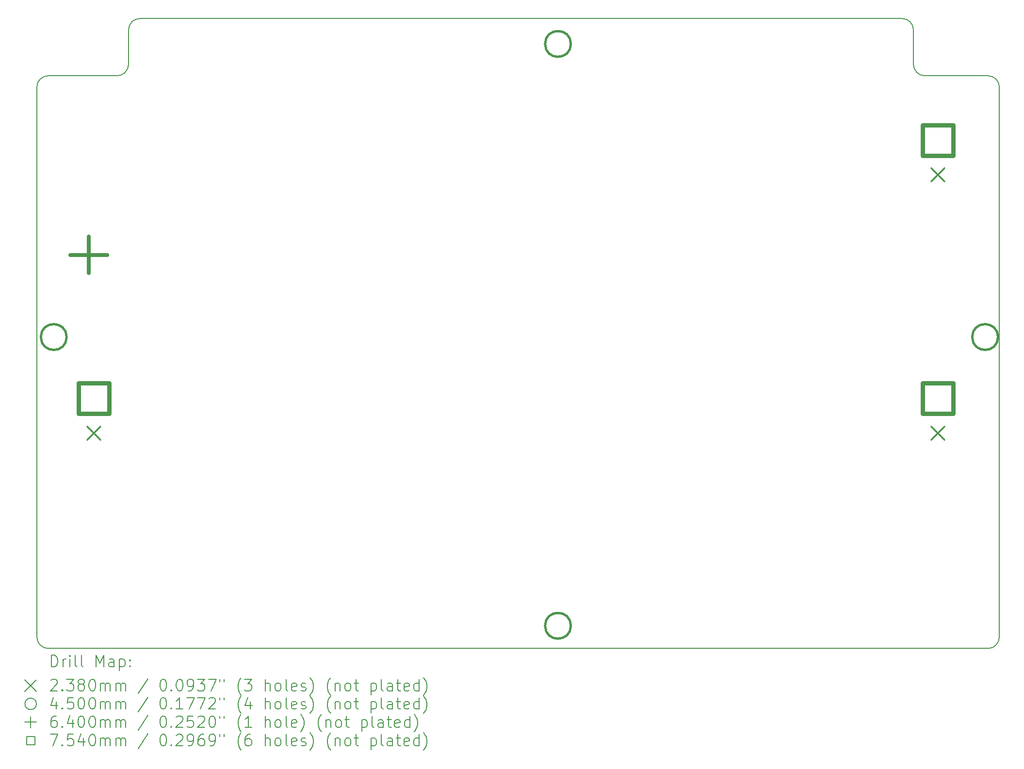
<source format=gbr>
%TF.GenerationSoftware,KiCad,Pcbnew,8.0.6*%
%TF.CreationDate,2024-12-03T12:50:31-05:00*%
%TF.ProjectId,UFC_Main,5546435f-4d61-4696-9e2e-6b696361645f,6.1.0*%
%TF.SameCoordinates,Original*%
%TF.FileFunction,Drillmap*%
%TF.FilePolarity,Positive*%
%FSLAX45Y45*%
G04 Gerber Fmt 4.5, Leading zero omitted, Abs format (unit mm)*
G04 Created by KiCad (PCBNEW 8.0.6) date 2024-12-03 12:50:31*
%MOMM*%
%LPD*%
G01*
G04 APERTURE LIST*
%ADD10C,0.150000*%
%ADD11C,0.200000*%
%ADD12C,0.238000*%
%ADD13C,0.450000*%
%ADD14C,0.640000*%
%ADD15C,0.754000*%
G04 APERTURE END LIST*
D10*
X23860287Y-8991640D02*
X10560287Y-8991640D01*
X10360287Y-9191640D02*
X10360287Y-9791640D01*
X10160287Y-9991640D02*
X8960287Y-9991640D01*
X8760287Y-10191640D02*
X8760287Y-19791640D01*
X8960287Y-19991640D02*
X25360287Y-19991640D01*
X25560287Y-19791640D02*
X25560287Y-10191640D01*
X25360287Y-9991640D02*
X24260287Y-9991640D01*
X24060287Y-9791640D02*
X24060287Y-9191640D01*
X8960287Y-19991640D02*
G75*
G02*
X8760290Y-19791640I3J200000D01*
G01*
X23860287Y-8991640D02*
G75*
G02*
X24060290Y-9191640I3J-200000D01*
G01*
X24260287Y-9991640D02*
G75*
G02*
X24060290Y-9791640I3J200000D01*
G01*
X10360287Y-9791640D02*
G75*
G02*
X10160287Y-9991637I-199997J0D01*
G01*
X8760287Y-10191640D02*
G75*
G02*
X8960287Y-9991637I200003J0D01*
G01*
X10360287Y-9191640D02*
G75*
G02*
X10560287Y-8991637I200003J0D01*
G01*
X25360287Y-9991640D02*
G75*
G02*
X25560290Y-10191640I3J-200000D01*
G01*
X25560287Y-19791640D02*
G75*
G02*
X25360287Y-19991637I-199997J0D01*
G01*
D11*
D12*
X9634300Y-16107800D02*
X9872300Y-16345800D01*
X9872300Y-16107800D02*
X9634300Y-16345800D01*
X24366300Y-11599400D02*
X24604300Y-11837400D01*
X24604300Y-11599400D02*
X24366300Y-11837400D01*
X24366300Y-16107800D02*
X24604300Y-16345800D01*
X24604300Y-16107800D02*
X24366300Y-16345800D01*
D13*
X9279800Y-14553700D02*
G75*
G02*
X8829800Y-14553700I-225000J0D01*
G01*
X8829800Y-14553700D02*
G75*
G02*
X9279800Y-14553700I225000J0D01*
G01*
X18080900Y-9435600D02*
G75*
G02*
X17630900Y-9435600I-225000J0D01*
G01*
X17630900Y-9435600D02*
G75*
G02*
X18080900Y-9435600I225000J0D01*
G01*
X18080900Y-19595600D02*
G75*
G02*
X17630900Y-19595600I-225000J0D01*
G01*
X17630900Y-19595600D02*
G75*
G02*
X18080900Y-19595600I225000J0D01*
G01*
X25535800Y-14553700D02*
G75*
G02*
X25085800Y-14553700I-225000J0D01*
G01*
X25085800Y-14553700D02*
G75*
G02*
X25535800Y-14553700I225000J0D01*
G01*
D14*
X9664400Y-12798600D02*
X9664400Y-13438600D01*
X9344400Y-13118600D02*
X9984400Y-13118600D01*
D15*
X10019882Y-15893382D02*
X10019882Y-15360218D01*
X9486718Y-15360218D01*
X9486718Y-15893382D01*
X10019882Y-15893382D01*
X10019882Y-15893382D02*
X10019882Y-15360218D01*
X9486718Y-15360218D01*
X9486718Y-15893382D01*
X10019882Y-15893382D01*
X24751882Y-11384982D02*
X24751882Y-10851818D01*
X24218718Y-10851818D01*
X24218718Y-11384982D01*
X24751882Y-11384982D01*
X24751882Y-11384982D02*
X24751882Y-10851818D01*
X24218718Y-10851818D01*
X24218718Y-11384982D01*
X24751882Y-11384982D01*
X24751882Y-15893382D02*
X24751882Y-15360218D01*
X24218718Y-15360218D01*
X24218718Y-15893382D01*
X24751882Y-15893382D01*
X24751882Y-15893382D02*
X24751882Y-15360218D01*
X24218718Y-15360218D01*
X24218718Y-15893382D01*
X24751882Y-15893382D01*
D11*
X9013564Y-20310624D02*
X9013564Y-20110624D01*
X9013564Y-20110624D02*
X9061183Y-20110624D01*
X9061183Y-20110624D02*
X9089755Y-20120147D01*
X9089755Y-20120147D02*
X9108802Y-20139195D01*
X9108802Y-20139195D02*
X9118326Y-20158243D01*
X9118326Y-20158243D02*
X9127850Y-20196338D01*
X9127850Y-20196338D02*
X9127850Y-20224909D01*
X9127850Y-20224909D02*
X9118326Y-20263005D01*
X9118326Y-20263005D02*
X9108802Y-20282052D01*
X9108802Y-20282052D02*
X9089755Y-20301100D01*
X9089755Y-20301100D02*
X9061183Y-20310624D01*
X9061183Y-20310624D02*
X9013564Y-20310624D01*
X9213564Y-20310624D02*
X9213564Y-20177290D01*
X9213564Y-20215386D02*
X9223088Y-20196338D01*
X9223088Y-20196338D02*
X9232612Y-20186814D01*
X9232612Y-20186814D02*
X9251659Y-20177290D01*
X9251659Y-20177290D02*
X9270707Y-20177290D01*
X9337374Y-20310624D02*
X9337374Y-20177290D01*
X9337374Y-20110624D02*
X9327850Y-20120147D01*
X9327850Y-20120147D02*
X9337374Y-20129671D01*
X9337374Y-20129671D02*
X9346897Y-20120147D01*
X9346897Y-20120147D02*
X9337374Y-20110624D01*
X9337374Y-20110624D02*
X9337374Y-20129671D01*
X9461183Y-20310624D02*
X9442135Y-20301100D01*
X9442135Y-20301100D02*
X9432612Y-20282052D01*
X9432612Y-20282052D02*
X9432612Y-20110624D01*
X9565945Y-20310624D02*
X9546897Y-20301100D01*
X9546897Y-20301100D02*
X9537374Y-20282052D01*
X9537374Y-20282052D02*
X9537374Y-20110624D01*
X9794516Y-20310624D02*
X9794516Y-20110624D01*
X9794516Y-20110624D02*
X9861183Y-20253481D01*
X9861183Y-20253481D02*
X9927850Y-20110624D01*
X9927850Y-20110624D02*
X9927850Y-20310624D01*
X10108802Y-20310624D02*
X10108802Y-20205862D01*
X10108802Y-20205862D02*
X10099278Y-20186814D01*
X10099278Y-20186814D02*
X10080231Y-20177290D01*
X10080231Y-20177290D02*
X10042135Y-20177290D01*
X10042135Y-20177290D02*
X10023088Y-20186814D01*
X10108802Y-20301100D02*
X10089755Y-20310624D01*
X10089755Y-20310624D02*
X10042135Y-20310624D01*
X10042135Y-20310624D02*
X10023088Y-20301100D01*
X10023088Y-20301100D02*
X10013564Y-20282052D01*
X10013564Y-20282052D02*
X10013564Y-20263005D01*
X10013564Y-20263005D02*
X10023088Y-20243957D01*
X10023088Y-20243957D02*
X10042135Y-20234433D01*
X10042135Y-20234433D02*
X10089755Y-20234433D01*
X10089755Y-20234433D02*
X10108802Y-20224909D01*
X10204040Y-20177290D02*
X10204040Y-20377290D01*
X10204040Y-20186814D02*
X10223088Y-20177290D01*
X10223088Y-20177290D02*
X10261183Y-20177290D01*
X10261183Y-20177290D02*
X10280231Y-20186814D01*
X10280231Y-20186814D02*
X10289755Y-20196338D01*
X10289755Y-20196338D02*
X10299278Y-20215386D01*
X10299278Y-20215386D02*
X10299278Y-20272528D01*
X10299278Y-20272528D02*
X10289755Y-20291576D01*
X10289755Y-20291576D02*
X10280231Y-20301100D01*
X10280231Y-20301100D02*
X10261183Y-20310624D01*
X10261183Y-20310624D02*
X10223088Y-20310624D01*
X10223088Y-20310624D02*
X10204040Y-20301100D01*
X10384993Y-20291576D02*
X10394516Y-20301100D01*
X10394516Y-20301100D02*
X10384993Y-20310624D01*
X10384993Y-20310624D02*
X10375469Y-20301100D01*
X10375469Y-20301100D02*
X10384993Y-20291576D01*
X10384993Y-20291576D02*
X10384993Y-20310624D01*
X10384993Y-20186814D02*
X10394516Y-20196338D01*
X10394516Y-20196338D02*
X10384993Y-20205862D01*
X10384993Y-20205862D02*
X10375469Y-20196338D01*
X10375469Y-20196338D02*
X10384993Y-20186814D01*
X10384993Y-20186814D02*
X10384993Y-20205862D01*
X8552787Y-20539140D02*
X8752787Y-20739140D01*
X8752787Y-20539140D02*
X8552787Y-20739140D01*
X9004040Y-20549671D02*
X9013564Y-20540147D01*
X9013564Y-20540147D02*
X9032612Y-20530624D01*
X9032612Y-20530624D02*
X9080231Y-20530624D01*
X9080231Y-20530624D02*
X9099278Y-20540147D01*
X9099278Y-20540147D02*
X9108802Y-20549671D01*
X9108802Y-20549671D02*
X9118326Y-20568719D01*
X9118326Y-20568719D02*
X9118326Y-20587766D01*
X9118326Y-20587766D02*
X9108802Y-20616338D01*
X9108802Y-20616338D02*
X8994516Y-20730624D01*
X8994516Y-20730624D02*
X9118326Y-20730624D01*
X9204040Y-20711576D02*
X9213564Y-20721100D01*
X9213564Y-20721100D02*
X9204040Y-20730624D01*
X9204040Y-20730624D02*
X9194516Y-20721100D01*
X9194516Y-20721100D02*
X9204040Y-20711576D01*
X9204040Y-20711576D02*
X9204040Y-20730624D01*
X9280231Y-20530624D02*
X9404040Y-20530624D01*
X9404040Y-20530624D02*
X9337374Y-20606814D01*
X9337374Y-20606814D02*
X9365945Y-20606814D01*
X9365945Y-20606814D02*
X9384993Y-20616338D01*
X9384993Y-20616338D02*
X9394516Y-20625862D01*
X9394516Y-20625862D02*
X9404040Y-20644909D01*
X9404040Y-20644909D02*
X9404040Y-20692528D01*
X9404040Y-20692528D02*
X9394516Y-20711576D01*
X9394516Y-20711576D02*
X9384993Y-20721100D01*
X9384993Y-20721100D02*
X9365945Y-20730624D01*
X9365945Y-20730624D02*
X9308802Y-20730624D01*
X9308802Y-20730624D02*
X9289755Y-20721100D01*
X9289755Y-20721100D02*
X9280231Y-20711576D01*
X9518326Y-20616338D02*
X9499278Y-20606814D01*
X9499278Y-20606814D02*
X9489755Y-20597290D01*
X9489755Y-20597290D02*
X9480231Y-20578243D01*
X9480231Y-20578243D02*
X9480231Y-20568719D01*
X9480231Y-20568719D02*
X9489755Y-20549671D01*
X9489755Y-20549671D02*
X9499278Y-20540147D01*
X9499278Y-20540147D02*
X9518326Y-20530624D01*
X9518326Y-20530624D02*
X9556421Y-20530624D01*
X9556421Y-20530624D02*
X9575469Y-20540147D01*
X9575469Y-20540147D02*
X9584993Y-20549671D01*
X9584993Y-20549671D02*
X9594516Y-20568719D01*
X9594516Y-20568719D02*
X9594516Y-20578243D01*
X9594516Y-20578243D02*
X9584993Y-20597290D01*
X9584993Y-20597290D02*
X9575469Y-20606814D01*
X9575469Y-20606814D02*
X9556421Y-20616338D01*
X9556421Y-20616338D02*
X9518326Y-20616338D01*
X9518326Y-20616338D02*
X9499278Y-20625862D01*
X9499278Y-20625862D02*
X9489755Y-20635386D01*
X9489755Y-20635386D02*
X9480231Y-20654433D01*
X9480231Y-20654433D02*
X9480231Y-20692528D01*
X9480231Y-20692528D02*
X9489755Y-20711576D01*
X9489755Y-20711576D02*
X9499278Y-20721100D01*
X9499278Y-20721100D02*
X9518326Y-20730624D01*
X9518326Y-20730624D02*
X9556421Y-20730624D01*
X9556421Y-20730624D02*
X9575469Y-20721100D01*
X9575469Y-20721100D02*
X9584993Y-20711576D01*
X9584993Y-20711576D02*
X9594516Y-20692528D01*
X9594516Y-20692528D02*
X9594516Y-20654433D01*
X9594516Y-20654433D02*
X9584993Y-20635386D01*
X9584993Y-20635386D02*
X9575469Y-20625862D01*
X9575469Y-20625862D02*
X9556421Y-20616338D01*
X9718326Y-20530624D02*
X9737374Y-20530624D01*
X9737374Y-20530624D02*
X9756421Y-20540147D01*
X9756421Y-20540147D02*
X9765945Y-20549671D01*
X9765945Y-20549671D02*
X9775469Y-20568719D01*
X9775469Y-20568719D02*
X9784993Y-20606814D01*
X9784993Y-20606814D02*
X9784993Y-20654433D01*
X9784993Y-20654433D02*
X9775469Y-20692528D01*
X9775469Y-20692528D02*
X9765945Y-20711576D01*
X9765945Y-20711576D02*
X9756421Y-20721100D01*
X9756421Y-20721100D02*
X9737374Y-20730624D01*
X9737374Y-20730624D02*
X9718326Y-20730624D01*
X9718326Y-20730624D02*
X9699278Y-20721100D01*
X9699278Y-20721100D02*
X9689755Y-20711576D01*
X9689755Y-20711576D02*
X9680231Y-20692528D01*
X9680231Y-20692528D02*
X9670707Y-20654433D01*
X9670707Y-20654433D02*
X9670707Y-20606814D01*
X9670707Y-20606814D02*
X9680231Y-20568719D01*
X9680231Y-20568719D02*
X9689755Y-20549671D01*
X9689755Y-20549671D02*
X9699278Y-20540147D01*
X9699278Y-20540147D02*
X9718326Y-20530624D01*
X9870707Y-20730624D02*
X9870707Y-20597290D01*
X9870707Y-20616338D02*
X9880231Y-20606814D01*
X9880231Y-20606814D02*
X9899278Y-20597290D01*
X9899278Y-20597290D02*
X9927850Y-20597290D01*
X9927850Y-20597290D02*
X9946897Y-20606814D01*
X9946897Y-20606814D02*
X9956421Y-20625862D01*
X9956421Y-20625862D02*
X9956421Y-20730624D01*
X9956421Y-20625862D02*
X9965945Y-20606814D01*
X9965945Y-20606814D02*
X9984993Y-20597290D01*
X9984993Y-20597290D02*
X10013564Y-20597290D01*
X10013564Y-20597290D02*
X10032612Y-20606814D01*
X10032612Y-20606814D02*
X10042136Y-20625862D01*
X10042136Y-20625862D02*
X10042136Y-20730624D01*
X10137374Y-20730624D02*
X10137374Y-20597290D01*
X10137374Y-20616338D02*
X10146897Y-20606814D01*
X10146897Y-20606814D02*
X10165945Y-20597290D01*
X10165945Y-20597290D02*
X10194517Y-20597290D01*
X10194517Y-20597290D02*
X10213564Y-20606814D01*
X10213564Y-20606814D02*
X10223088Y-20625862D01*
X10223088Y-20625862D02*
X10223088Y-20730624D01*
X10223088Y-20625862D02*
X10232612Y-20606814D01*
X10232612Y-20606814D02*
X10251659Y-20597290D01*
X10251659Y-20597290D02*
X10280231Y-20597290D01*
X10280231Y-20597290D02*
X10299278Y-20606814D01*
X10299278Y-20606814D02*
X10308802Y-20625862D01*
X10308802Y-20625862D02*
X10308802Y-20730624D01*
X10699278Y-20521100D02*
X10527850Y-20778243D01*
X10956421Y-20530624D02*
X10975469Y-20530624D01*
X10975469Y-20530624D02*
X10994517Y-20540147D01*
X10994517Y-20540147D02*
X11004040Y-20549671D01*
X11004040Y-20549671D02*
X11013564Y-20568719D01*
X11013564Y-20568719D02*
X11023088Y-20606814D01*
X11023088Y-20606814D02*
X11023088Y-20654433D01*
X11023088Y-20654433D02*
X11013564Y-20692528D01*
X11013564Y-20692528D02*
X11004040Y-20711576D01*
X11004040Y-20711576D02*
X10994517Y-20721100D01*
X10994517Y-20721100D02*
X10975469Y-20730624D01*
X10975469Y-20730624D02*
X10956421Y-20730624D01*
X10956421Y-20730624D02*
X10937374Y-20721100D01*
X10937374Y-20721100D02*
X10927850Y-20711576D01*
X10927850Y-20711576D02*
X10918326Y-20692528D01*
X10918326Y-20692528D02*
X10908802Y-20654433D01*
X10908802Y-20654433D02*
X10908802Y-20606814D01*
X10908802Y-20606814D02*
X10918326Y-20568719D01*
X10918326Y-20568719D02*
X10927850Y-20549671D01*
X10927850Y-20549671D02*
X10937374Y-20540147D01*
X10937374Y-20540147D02*
X10956421Y-20530624D01*
X11108802Y-20711576D02*
X11118326Y-20721100D01*
X11118326Y-20721100D02*
X11108802Y-20730624D01*
X11108802Y-20730624D02*
X11099279Y-20721100D01*
X11099279Y-20721100D02*
X11108802Y-20711576D01*
X11108802Y-20711576D02*
X11108802Y-20730624D01*
X11242136Y-20530624D02*
X11261183Y-20530624D01*
X11261183Y-20530624D02*
X11280231Y-20540147D01*
X11280231Y-20540147D02*
X11289755Y-20549671D01*
X11289755Y-20549671D02*
X11299278Y-20568719D01*
X11299278Y-20568719D02*
X11308802Y-20606814D01*
X11308802Y-20606814D02*
X11308802Y-20654433D01*
X11308802Y-20654433D02*
X11299278Y-20692528D01*
X11299278Y-20692528D02*
X11289755Y-20711576D01*
X11289755Y-20711576D02*
X11280231Y-20721100D01*
X11280231Y-20721100D02*
X11261183Y-20730624D01*
X11261183Y-20730624D02*
X11242136Y-20730624D01*
X11242136Y-20730624D02*
X11223088Y-20721100D01*
X11223088Y-20721100D02*
X11213564Y-20711576D01*
X11213564Y-20711576D02*
X11204040Y-20692528D01*
X11204040Y-20692528D02*
X11194517Y-20654433D01*
X11194517Y-20654433D02*
X11194517Y-20606814D01*
X11194517Y-20606814D02*
X11204040Y-20568719D01*
X11204040Y-20568719D02*
X11213564Y-20549671D01*
X11213564Y-20549671D02*
X11223088Y-20540147D01*
X11223088Y-20540147D02*
X11242136Y-20530624D01*
X11404040Y-20730624D02*
X11442136Y-20730624D01*
X11442136Y-20730624D02*
X11461183Y-20721100D01*
X11461183Y-20721100D02*
X11470707Y-20711576D01*
X11470707Y-20711576D02*
X11489755Y-20683005D01*
X11489755Y-20683005D02*
X11499278Y-20644909D01*
X11499278Y-20644909D02*
X11499278Y-20568719D01*
X11499278Y-20568719D02*
X11489755Y-20549671D01*
X11489755Y-20549671D02*
X11480231Y-20540147D01*
X11480231Y-20540147D02*
X11461183Y-20530624D01*
X11461183Y-20530624D02*
X11423088Y-20530624D01*
X11423088Y-20530624D02*
X11404040Y-20540147D01*
X11404040Y-20540147D02*
X11394517Y-20549671D01*
X11394517Y-20549671D02*
X11384993Y-20568719D01*
X11384993Y-20568719D02*
X11384993Y-20616338D01*
X11384993Y-20616338D02*
X11394517Y-20635386D01*
X11394517Y-20635386D02*
X11404040Y-20644909D01*
X11404040Y-20644909D02*
X11423088Y-20654433D01*
X11423088Y-20654433D02*
X11461183Y-20654433D01*
X11461183Y-20654433D02*
X11480231Y-20644909D01*
X11480231Y-20644909D02*
X11489755Y-20635386D01*
X11489755Y-20635386D02*
X11499278Y-20616338D01*
X11565945Y-20530624D02*
X11689755Y-20530624D01*
X11689755Y-20530624D02*
X11623088Y-20606814D01*
X11623088Y-20606814D02*
X11651659Y-20606814D01*
X11651659Y-20606814D02*
X11670707Y-20616338D01*
X11670707Y-20616338D02*
X11680231Y-20625862D01*
X11680231Y-20625862D02*
X11689755Y-20644909D01*
X11689755Y-20644909D02*
X11689755Y-20692528D01*
X11689755Y-20692528D02*
X11680231Y-20711576D01*
X11680231Y-20711576D02*
X11670707Y-20721100D01*
X11670707Y-20721100D02*
X11651659Y-20730624D01*
X11651659Y-20730624D02*
X11594517Y-20730624D01*
X11594517Y-20730624D02*
X11575469Y-20721100D01*
X11575469Y-20721100D02*
X11565945Y-20711576D01*
X11756421Y-20530624D02*
X11889755Y-20530624D01*
X11889755Y-20530624D02*
X11804040Y-20730624D01*
X11956421Y-20530624D02*
X11956421Y-20568719D01*
X12032612Y-20530624D02*
X12032612Y-20568719D01*
X12327850Y-20806814D02*
X12318326Y-20797290D01*
X12318326Y-20797290D02*
X12299279Y-20768719D01*
X12299279Y-20768719D02*
X12289755Y-20749671D01*
X12289755Y-20749671D02*
X12280231Y-20721100D01*
X12280231Y-20721100D02*
X12270707Y-20673481D01*
X12270707Y-20673481D02*
X12270707Y-20635386D01*
X12270707Y-20635386D02*
X12280231Y-20587766D01*
X12280231Y-20587766D02*
X12289755Y-20559195D01*
X12289755Y-20559195D02*
X12299279Y-20540147D01*
X12299279Y-20540147D02*
X12318326Y-20511576D01*
X12318326Y-20511576D02*
X12327850Y-20502052D01*
X12384993Y-20530624D02*
X12508802Y-20530624D01*
X12508802Y-20530624D02*
X12442136Y-20606814D01*
X12442136Y-20606814D02*
X12470707Y-20606814D01*
X12470707Y-20606814D02*
X12489755Y-20616338D01*
X12489755Y-20616338D02*
X12499279Y-20625862D01*
X12499279Y-20625862D02*
X12508802Y-20644909D01*
X12508802Y-20644909D02*
X12508802Y-20692528D01*
X12508802Y-20692528D02*
X12499279Y-20711576D01*
X12499279Y-20711576D02*
X12489755Y-20721100D01*
X12489755Y-20721100D02*
X12470707Y-20730624D01*
X12470707Y-20730624D02*
X12413564Y-20730624D01*
X12413564Y-20730624D02*
X12394517Y-20721100D01*
X12394517Y-20721100D02*
X12384993Y-20711576D01*
X12746898Y-20730624D02*
X12746898Y-20530624D01*
X12832612Y-20730624D02*
X12832612Y-20625862D01*
X12832612Y-20625862D02*
X12823088Y-20606814D01*
X12823088Y-20606814D02*
X12804041Y-20597290D01*
X12804041Y-20597290D02*
X12775469Y-20597290D01*
X12775469Y-20597290D02*
X12756421Y-20606814D01*
X12756421Y-20606814D02*
X12746898Y-20616338D01*
X12956421Y-20730624D02*
X12937374Y-20721100D01*
X12937374Y-20721100D02*
X12927850Y-20711576D01*
X12927850Y-20711576D02*
X12918326Y-20692528D01*
X12918326Y-20692528D02*
X12918326Y-20635386D01*
X12918326Y-20635386D02*
X12927850Y-20616338D01*
X12927850Y-20616338D02*
X12937374Y-20606814D01*
X12937374Y-20606814D02*
X12956421Y-20597290D01*
X12956421Y-20597290D02*
X12984993Y-20597290D01*
X12984993Y-20597290D02*
X13004041Y-20606814D01*
X13004041Y-20606814D02*
X13013564Y-20616338D01*
X13013564Y-20616338D02*
X13023088Y-20635386D01*
X13023088Y-20635386D02*
X13023088Y-20692528D01*
X13023088Y-20692528D02*
X13013564Y-20711576D01*
X13013564Y-20711576D02*
X13004041Y-20721100D01*
X13004041Y-20721100D02*
X12984993Y-20730624D01*
X12984993Y-20730624D02*
X12956421Y-20730624D01*
X13137374Y-20730624D02*
X13118326Y-20721100D01*
X13118326Y-20721100D02*
X13108802Y-20702052D01*
X13108802Y-20702052D02*
X13108802Y-20530624D01*
X13289755Y-20721100D02*
X13270707Y-20730624D01*
X13270707Y-20730624D02*
X13232612Y-20730624D01*
X13232612Y-20730624D02*
X13213564Y-20721100D01*
X13213564Y-20721100D02*
X13204041Y-20702052D01*
X13204041Y-20702052D02*
X13204041Y-20625862D01*
X13204041Y-20625862D02*
X13213564Y-20606814D01*
X13213564Y-20606814D02*
X13232612Y-20597290D01*
X13232612Y-20597290D02*
X13270707Y-20597290D01*
X13270707Y-20597290D02*
X13289755Y-20606814D01*
X13289755Y-20606814D02*
X13299279Y-20625862D01*
X13299279Y-20625862D02*
X13299279Y-20644909D01*
X13299279Y-20644909D02*
X13204041Y-20663957D01*
X13375469Y-20721100D02*
X13394517Y-20730624D01*
X13394517Y-20730624D02*
X13432612Y-20730624D01*
X13432612Y-20730624D02*
X13451660Y-20721100D01*
X13451660Y-20721100D02*
X13461183Y-20702052D01*
X13461183Y-20702052D02*
X13461183Y-20692528D01*
X13461183Y-20692528D02*
X13451660Y-20673481D01*
X13451660Y-20673481D02*
X13432612Y-20663957D01*
X13432612Y-20663957D02*
X13404041Y-20663957D01*
X13404041Y-20663957D02*
X13384993Y-20654433D01*
X13384993Y-20654433D02*
X13375469Y-20635386D01*
X13375469Y-20635386D02*
X13375469Y-20625862D01*
X13375469Y-20625862D02*
X13384993Y-20606814D01*
X13384993Y-20606814D02*
X13404041Y-20597290D01*
X13404041Y-20597290D02*
X13432612Y-20597290D01*
X13432612Y-20597290D02*
X13451660Y-20606814D01*
X13527850Y-20806814D02*
X13537374Y-20797290D01*
X13537374Y-20797290D02*
X13556422Y-20768719D01*
X13556422Y-20768719D02*
X13565945Y-20749671D01*
X13565945Y-20749671D02*
X13575469Y-20721100D01*
X13575469Y-20721100D02*
X13584993Y-20673481D01*
X13584993Y-20673481D02*
X13584993Y-20635386D01*
X13584993Y-20635386D02*
X13575469Y-20587766D01*
X13575469Y-20587766D02*
X13565945Y-20559195D01*
X13565945Y-20559195D02*
X13556422Y-20540147D01*
X13556422Y-20540147D02*
X13537374Y-20511576D01*
X13537374Y-20511576D02*
X13527850Y-20502052D01*
X13889755Y-20806814D02*
X13880231Y-20797290D01*
X13880231Y-20797290D02*
X13861183Y-20768719D01*
X13861183Y-20768719D02*
X13851660Y-20749671D01*
X13851660Y-20749671D02*
X13842136Y-20721100D01*
X13842136Y-20721100D02*
X13832612Y-20673481D01*
X13832612Y-20673481D02*
X13832612Y-20635386D01*
X13832612Y-20635386D02*
X13842136Y-20587766D01*
X13842136Y-20587766D02*
X13851660Y-20559195D01*
X13851660Y-20559195D02*
X13861183Y-20540147D01*
X13861183Y-20540147D02*
X13880231Y-20511576D01*
X13880231Y-20511576D02*
X13889755Y-20502052D01*
X13965945Y-20597290D02*
X13965945Y-20730624D01*
X13965945Y-20616338D02*
X13975469Y-20606814D01*
X13975469Y-20606814D02*
X13994517Y-20597290D01*
X13994517Y-20597290D02*
X14023088Y-20597290D01*
X14023088Y-20597290D02*
X14042136Y-20606814D01*
X14042136Y-20606814D02*
X14051660Y-20625862D01*
X14051660Y-20625862D02*
X14051660Y-20730624D01*
X14175469Y-20730624D02*
X14156422Y-20721100D01*
X14156422Y-20721100D02*
X14146898Y-20711576D01*
X14146898Y-20711576D02*
X14137374Y-20692528D01*
X14137374Y-20692528D02*
X14137374Y-20635386D01*
X14137374Y-20635386D02*
X14146898Y-20616338D01*
X14146898Y-20616338D02*
X14156422Y-20606814D01*
X14156422Y-20606814D02*
X14175469Y-20597290D01*
X14175469Y-20597290D02*
X14204041Y-20597290D01*
X14204041Y-20597290D02*
X14223088Y-20606814D01*
X14223088Y-20606814D02*
X14232612Y-20616338D01*
X14232612Y-20616338D02*
X14242136Y-20635386D01*
X14242136Y-20635386D02*
X14242136Y-20692528D01*
X14242136Y-20692528D02*
X14232612Y-20711576D01*
X14232612Y-20711576D02*
X14223088Y-20721100D01*
X14223088Y-20721100D02*
X14204041Y-20730624D01*
X14204041Y-20730624D02*
X14175469Y-20730624D01*
X14299279Y-20597290D02*
X14375469Y-20597290D01*
X14327850Y-20530624D02*
X14327850Y-20702052D01*
X14327850Y-20702052D02*
X14337374Y-20721100D01*
X14337374Y-20721100D02*
X14356422Y-20730624D01*
X14356422Y-20730624D02*
X14375469Y-20730624D01*
X14594517Y-20597290D02*
X14594517Y-20797290D01*
X14594517Y-20606814D02*
X14613564Y-20597290D01*
X14613564Y-20597290D02*
X14651660Y-20597290D01*
X14651660Y-20597290D02*
X14670707Y-20606814D01*
X14670707Y-20606814D02*
X14680231Y-20616338D01*
X14680231Y-20616338D02*
X14689755Y-20635386D01*
X14689755Y-20635386D02*
X14689755Y-20692528D01*
X14689755Y-20692528D02*
X14680231Y-20711576D01*
X14680231Y-20711576D02*
X14670707Y-20721100D01*
X14670707Y-20721100D02*
X14651660Y-20730624D01*
X14651660Y-20730624D02*
X14613564Y-20730624D01*
X14613564Y-20730624D02*
X14594517Y-20721100D01*
X14804041Y-20730624D02*
X14784993Y-20721100D01*
X14784993Y-20721100D02*
X14775469Y-20702052D01*
X14775469Y-20702052D02*
X14775469Y-20530624D01*
X14965945Y-20730624D02*
X14965945Y-20625862D01*
X14965945Y-20625862D02*
X14956422Y-20606814D01*
X14956422Y-20606814D02*
X14937374Y-20597290D01*
X14937374Y-20597290D02*
X14899279Y-20597290D01*
X14899279Y-20597290D02*
X14880231Y-20606814D01*
X14965945Y-20721100D02*
X14946898Y-20730624D01*
X14946898Y-20730624D02*
X14899279Y-20730624D01*
X14899279Y-20730624D02*
X14880231Y-20721100D01*
X14880231Y-20721100D02*
X14870707Y-20702052D01*
X14870707Y-20702052D02*
X14870707Y-20683005D01*
X14870707Y-20683005D02*
X14880231Y-20663957D01*
X14880231Y-20663957D02*
X14899279Y-20654433D01*
X14899279Y-20654433D02*
X14946898Y-20654433D01*
X14946898Y-20654433D02*
X14965945Y-20644909D01*
X15032612Y-20597290D02*
X15108803Y-20597290D01*
X15061184Y-20530624D02*
X15061184Y-20702052D01*
X15061184Y-20702052D02*
X15070707Y-20721100D01*
X15070707Y-20721100D02*
X15089755Y-20730624D01*
X15089755Y-20730624D02*
X15108803Y-20730624D01*
X15251660Y-20721100D02*
X15232612Y-20730624D01*
X15232612Y-20730624D02*
X15194517Y-20730624D01*
X15194517Y-20730624D02*
X15175469Y-20721100D01*
X15175469Y-20721100D02*
X15165945Y-20702052D01*
X15165945Y-20702052D02*
X15165945Y-20625862D01*
X15165945Y-20625862D02*
X15175469Y-20606814D01*
X15175469Y-20606814D02*
X15194517Y-20597290D01*
X15194517Y-20597290D02*
X15232612Y-20597290D01*
X15232612Y-20597290D02*
X15251660Y-20606814D01*
X15251660Y-20606814D02*
X15261184Y-20625862D01*
X15261184Y-20625862D02*
X15261184Y-20644909D01*
X15261184Y-20644909D02*
X15165945Y-20663957D01*
X15432612Y-20730624D02*
X15432612Y-20530624D01*
X15432612Y-20721100D02*
X15413565Y-20730624D01*
X15413565Y-20730624D02*
X15375469Y-20730624D01*
X15375469Y-20730624D02*
X15356422Y-20721100D01*
X15356422Y-20721100D02*
X15346898Y-20711576D01*
X15346898Y-20711576D02*
X15337374Y-20692528D01*
X15337374Y-20692528D02*
X15337374Y-20635386D01*
X15337374Y-20635386D02*
X15346898Y-20616338D01*
X15346898Y-20616338D02*
X15356422Y-20606814D01*
X15356422Y-20606814D02*
X15375469Y-20597290D01*
X15375469Y-20597290D02*
X15413565Y-20597290D01*
X15413565Y-20597290D02*
X15432612Y-20606814D01*
X15508803Y-20806814D02*
X15518326Y-20797290D01*
X15518326Y-20797290D02*
X15537374Y-20768719D01*
X15537374Y-20768719D02*
X15546898Y-20749671D01*
X15546898Y-20749671D02*
X15556422Y-20721100D01*
X15556422Y-20721100D02*
X15565945Y-20673481D01*
X15565945Y-20673481D02*
X15565945Y-20635386D01*
X15565945Y-20635386D02*
X15556422Y-20587766D01*
X15556422Y-20587766D02*
X15546898Y-20559195D01*
X15546898Y-20559195D02*
X15537374Y-20540147D01*
X15537374Y-20540147D02*
X15518326Y-20511576D01*
X15518326Y-20511576D02*
X15508803Y-20502052D01*
X8752787Y-20959140D02*
G75*
G02*
X8552787Y-20959140I-100000J0D01*
G01*
X8552787Y-20959140D02*
G75*
G02*
X8752787Y-20959140I100000J0D01*
G01*
X9099278Y-20917290D02*
X9099278Y-21050624D01*
X9051659Y-20841100D02*
X9004040Y-20983957D01*
X9004040Y-20983957D02*
X9127850Y-20983957D01*
X9204040Y-21031576D02*
X9213564Y-21041100D01*
X9213564Y-21041100D02*
X9204040Y-21050624D01*
X9204040Y-21050624D02*
X9194516Y-21041100D01*
X9194516Y-21041100D02*
X9204040Y-21031576D01*
X9204040Y-21031576D02*
X9204040Y-21050624D01*
X9394516Y-20850624D02*
X9299278Y-20850624D01*
X9299278Y-20850624D02*
X9289755Y-20945862D01*
X9289755Y-20945862D02*
X9299278Y-20936338D01*
X9299278Y-20936338D02*
X9318326Y-20926814D01*
X9318326Y-20926814D02*
X9365945Y-20926814D01*
X9365945Y-20926814D02*
X9384993Y-20936338D01*
X9384993Y-20936338D02*
X9394516Y-20945862D01*
X9394516Y-20945862D02*
X9404040Y-20964909D01*
X9404040Y-20964909D02*
X9404040Y-21012528D01*
X9404040Y-21012528D02*
X9394516Y-21031576D01*
X9394516Y-21031576D02*
X9384993Y-21041100D01*
X9384993Y-21041100D02*
X9365945Y-21050624D01*
X9365945Y-21050624D02*
X9318326Y-21050624D01*
X9318326Y-21050624D02*
X9299278Y-21041100D01*
X9299278Y-21041100D02*
X9289755Y-21031576D01*
X9527850Y-20850624D02*
X9546897Y-20850624D01*
X9546897Y-20850624D02*
X9565945Y-20860147D01*
X9565945Y-20860147D02*
X9575469Y-20869671D01*
X9575469Y-20869671D02*
X9584993Y-20888719D01*
X9584993Y-20888719D02*
X9594516Y-20926814D01*
X9594516Y-20926814D02*
X9594516Y-20974433D01*
X9594516Y-20974433D02*
X9584993Y-21012528D01*
X9584993Y-21012528D02*
X9575469Y-21031576D01*
X9575469Y-21031576D02*
X9565945Y-21041100D01*
X9565945Y-21041100D02*
X9546897Y-21050624D01*
X9546897Y-21050624D02*
X9527850Y-21050624D01*
X9527850Y-21050624D02*
X9508802Y-21041100D01*
X9508802Y-21041100D02*
X9499278Y-21031576D01*
X9499278Y-21031576D02*
X9489755Y-21012528D01*
X9489755Y-21012528D02*
X9480231Y-20974433D01*
X9480231Y-20974433D02*
X9480231Y-20926814D01*
X9480231Y-20926814D02*
X9489755Y-20888719D01*
X9489755Y-20888719D02*
X9499278Y-20869671D01*
X9499278Y-20869671D02*
X9508802Y-20860147D01*
X9508802Y-20860147D02*
X9527850Y-20850624D01*
X9718326Y-20850624D02*
X9737374Y-20850624D01*
X9737374Y-20850624D02*
X9756421Y-20860147D01*
X9756421Y-20860147D02*
X9765945Y-20869671D01*
X9765945Y-20869671D02*
X9775469Y-20888719D01*
X9775469Y-20888719D02*
X9784993Y-20926814D01*
X9784993Y-20926814D02*
X9784993Y-20974433D01*
X9784993Y-20974433D02*
X9775469Y-21012528D01*
X9775469Y-21012528D02*
X9765945Y-21031576D01*
X9765945Y-21031576D02*
X9756421Y-21041100D01*
X9756421Y-21041100D02*
X9737374Y-21050624D01*
X9737374Y-21050624D02*
X9718326Y-21050624D01*
X9718326Y-21050624D02*
X9699278Y-21041100D01*
X9699278Y-21041100D02*
X9689755Y-21031576D01*
X9689755Y-21031576D02*
X9680231Y-21012528D01*
X9680231Y-21012528D02*
X9670707Y-20974433D01*
X9670707Y-20974433D02*
X9670707Y-20926814D01*
X9670707Y-20926814D02*
X9680231Y-20888719D01*
X9680231Y-20888719D02*
X9689755Y-20869671D01*
X9689755Y-20869671D02*
X9699278Y-20860147D01*
X9699278Y-20860147D02*
X9718326Y-20850624D01*
X9870707Y-21050624D02*
X9870707Y-20917290D01*
X9870707Y-20936338D02*
X9880231Y-20926814D01*
X9880231Y-20926814D02*
X9899278Y-20917290D01*
X9899278Y-20917290D02*
X9927850Y-20917290D01*
X9927850Y-20917290D02*
X9946897Y-20926814D01*
X9946897Y-20926814D02*
X9956421Y-20945862D01*
X9956421Y-20945862D02*
X9956421Y-21050624D01*
X9956421Y-20945862D02*
X9965945Y-20926814D01*
X9965945Y-20926814D02*
X9984993Y-20917290D01*
X9984993Y-20917290D02*
X10013564Y-20917290D01*
X10013564Y-20917290D02*
X10032612Y-20926814D01*
X10032612Y-20926814D02*
X10042136Y-20945862D01*
X10042136Y-20945862D02*
X10042136Y-21050624D01*
X10137374Y-21050624D02*
X10137374Y-20917290D01*
X10137374Y-20936338D02*
X10146897Y-20926814D01*
X10146897Y-20926814D02*
X10165945Y-20917290D01*
X10165945Y-20917290D02*
X10194517Y-20917290D01*
X10194517Y-20917290D02*
X10213564Y-20926814D01*
X10213564Y-20926814D02*
X10223088Y-20945862D01*
X10223088Y-20945862D02*
X10223088Y-21050624D01*
X10223088Y-20945862D02*
X10232612Y-20926814D01*
X10232612Y-20926814D02*
X10251659Y-20917290D01*
X10251659Y-20917290D02*
X10280231Y-20917290D01*
X10280231Y-20917290D02*
X10299278Y-20926814D01*
X10299278Y-20926814D02*
X10308802Y-20945862D01*
X10308802Y-20945862D02*
X10308802Y-21050624D01*
X10699278Y-20841100D02*
X10527850Y-21098243D01*
X10956421Y-20850624D02*
X10975469Y-20850624D01*
X10975469Y-20850624D02*
X10994517Y-20860147D01*
X10994517Y-20860147D02*
X11004040Y-20869671D01*
X11004040Y-20869671D02*
X11013564Y-20888719D01*
X11013564Y-20888719D02*
X11023088Y-20926814D01*
X11023088Y-20926814D02*
X11023088Y-20974433D01*
X11023088Y-20974433D02*
X11013564Y-21012528D01*
X11013564Y-21012528D02*
X11004040Y-21031576D01*
X11004040Y-21031576D02*
X10994517Y-21041100D01*
X10994517Y-21041100D02*
X10975469Y-21050624D01*
X10975469Y-21050624D02*
X10956421Y-21050624D01*
X10956421Y-21050624D02*
X10937374Y-21041100D01*
X10937374Y-21041100D02*
X10927850Y-21031576D01*
X10927850Y-21031576D02*
X10918326Y-21012528D01*
X10918326Y-21012528D02*
X10908802Y-20974433D01*
X10908802Y-20974433D02*
X10908802Y-20926814D01*
X10908802Y-20926814D02*
X10918326Y-20888719D01*
X10918326Y-20888719D02*
X10927850Y-20869671D01*
X10927850Y-20869671D02*
X10937374Y-20860147D01*
X10937374Y-20860147D02*
X10956421Y-20850624D01*
X11108802Y-21031576D02*
X11118326Y-21041100D01*
X11118326Y-21041100D02*
X11108802Y-21050624D01*
X11108802Y-21050624D02*
X11099279Y-21041100D01*
X11099279Y-21041100D02*
X11108802Y-21031576D01*
X11108802Y-21031576D02*
X11108802Y-21050624D01*
X11308802Y-21050624D02*
X11194517Y-21050624D01*
X11251659Y-21050624D02*
X11251659Y-20850624D01*
X11251659Y-20850624D02*
X11232612Y-20879195D01*
X11232612Y-20879195D02*
X11213564Y-20898243D01*
X11213564Y-20898243D02*
X11194517Y-20907766D01*
X11375469Y-20850624D02*
X11508802Y-20850624D01*
X11508802Y-20850624D02*
X11423088Y-21050624D01*
X11565945Y-20850624D02*
X11699278Y-20850624D01*
X11699278Y-20850624D02*
X11613564Y-21050624D01*
X11765945Y-20869671D02*
X11775469Y-20860147D01*
X11775469Y-20860147D02*
X11794517Y-20850624D01*
X11794517Y-20850624D02*
X11842136Y-20850624D01*
X11842136Y-20850624D02*
X11861183Y-20860147D01*
X11861183Y-20860147D02*
X11870707Y-20869671D01*
X11870707Y-20869671D02*
X11880231Y-20888719D01*
X11880231Y-20888719D02*
X11880231Y-20907766D01*
X11880231Y-20907766D02*
X11870707Y-20936338D01*
X11870707Y-20936338D02*
X11756421Y-21050624D01*
X11756421Y-21050624D02*
X11880231Y-21050624D01*
X11956421Y-20850624D02*
X11956421Y-20888719D01*
X12032612Y-20850624D02*
X12032612Y-20888719D01*
X12327850Y-21126814D02*
X12318326Y-21117290D01*
X12318326Y-21117290D02*
X12299279Y-21088719D01*
X12299279Y-21088719D02*
X12289755Y-21069671D01*
X12289755Y-21069671D02*
X12280231Y-21041100D01*
X12280231Y-21041100D02*
X12270707Y-20993481D01*
X12270707Y-20993481D02*
X12270707Y-20955386D01*
X12270707Y-20955386D02*
X12280231Y-20907766D01*
X12280231Y-20907766D02*
X12289755Y-20879195D01*
X12289755Y-20879195D02*
X12299279Y-20860147D01*
X12299279Y-20860147D02*
X12318326Y-20831576D01*
X12318326Y-20831576D02*
X12327850Y-20822052D01*
X12489755Y-20917290D02*
X12489755Y-21050624D01*
X12442136Y-20841100D02*
X12394517Y-20983957D01*
X12394517Y-20983957D02*
X12518326Y-20983957D01*
X12746898Y-21050624D02*
X12746898Y-20850624D01*
X12832612Y-21050624D02*
X12832612Y-20945862D01*
X12832612Y-20945862D02*
X12823088Y-20926814D01*
X12823088Y-20926814D02*
X12804041Y-20917290D01*
X12804041Y-20917290D02*
X12775469Y-20917290D01*
X12775469Y-20917290D02*
X12756421Y-20926814D01*
X12756421Y-20926814D02*
X12746898Y-20936338D01*
X12956421Y-21050624D02*
X12937374Y-21041100D01*
X12937374Y-21041100D02*
X12927850Y-21031576D01*
X12927850Y-21031576D02*
X12918326Y-21012528D01*
X12918326Y-21012528D02*
X12918326Y-20955386D01*
X12918326Y-20955386D02*
X12927850Y-20936338D01*
X12927850Y-20936338D02*
X12937374Y-20926814D01*
X12937374Y-20926814D02*
X12956421Y-20917290D01*
X12956421Y-20917290D02*
X12984993Y-20917290D01*
X12984993Y-20917290D02*
X13004041Y-20926814D01*
X13004041Y-20926814D02*
X13013564Y-20936338D01*
X13013564Y-20936338D02*
X13023088Y-20955386D01*
X13023088Y-20955386D02*
X13023088Y-21012528D01*
X13023088Y-21012528D02*
X13013564Y-21031576D01*
X13013564Y-21031576D02*
X13004041Y-21041100D01*
X13004041Y-21041100D02*
X12984993Y-21050624D01*
X12984993Y-21050624D02*
X12956421Y-21050624D01*
X13137374Y-21050624D02*
X13118326Y-21041100D01*
X13118326Y-21041100D02*
X13108802Y-21022052D01*
X13108802Y-21022052D02*
X13108802Y-20850624D01*
X13289755Y-21041100D02*
X13270707Y-21050624D01*
X13270707Y-21050624D02*
X13232612Y-21050624D01*
X13232612Y-21050624D02*
X13213564Y-21041100D01*
X13213564Y-21041100D02*
X13204041Y-21022052D01*
X13204041Y-21022052D02*
X13204041Y-20945862D01*
X13204041Y-20945862D02*
X13213564Y-20926814D01*
X13213564Y-20926814D02*
X13232612Y-20917290D01*
X13232612Y-20917290D02*
X13270707Y-20917290D01*
X13270707Y-20917290D02*
X13289755Y-20926814D01*
X13289755Y-20926814D02*
X13299279Y-20945862D01*
X13299279Y-20945862D02*
X13299279Y-20964909D01*
X13299279Y-20964909D02*
X13204041Y-20983957D01*
X13375469Y-21041100D02*
X13394517Y-21050624D01*
X13394517Y-21050624D02*
X13432612Y-21050624D01*
X13432612Y-21050624D02*
X13451660Y-21041100D01*
X13451660Y-21041100D02*
X13461183Y-21022052D01*
X13461183Y-21022052D02*
X13461183Y-21012528D01*
X13461183Y-21012528D02*
X13451660Y-20993481D01*
X13451660Y-20993481D02*
X13432612Y-20983957D01*
X13432612Y-20983957D02*
X13404041Y-20983957D01*
X13404041Y-20983957D02*
X13384993Y-20974433D01*
X13384993Y-20974433D02*
X13375469Y-20955386D01*
X13375469Y-20955386D02*
X13375469Y-20945862D01*
X13375469Y-20945862D02*
X13384993Y-20926814D01*
X13384993Y-20926814D02*
X13404041Y-20917290D01*
X13404041Y-20917290D02*
X13432612Y-20917290D01*
X13432612Y-20917290D02*
X13451660Y-20926814D01*
X13527850Y-21126814D02*
X13537374Y-21117290D01*
X13537374Y-21117290D02*
X13556422Y-21088719D01*
X13556422Y-21088719D02*
X13565945Y-21069671D01*
X13565945Y-21069671D02*
X13575469Y-21041100D01*
X13575469Y-21041100D02*
X13584993Y-20993481D01*
X13584993Y-20993481D02*
X13584993Y-20955386D01*
X13584993Y-20955386D02*
X13575469Y-20907766D01*
X13575469Y-20907766D02*
X13565945Y-20879195D01*
X13565945Y-20879195D02*
X13556422Y-20860147D01*
X13556422Y-20860147D02*
X13537374Y-20831576D01*
X13537374Y-20831576D02*
X13527850Y-20822052D01*
X13889755Y-21126814D02*
X13880231Y-21117290D01*
X13880231Y-21117290D02*
X13861183Y-21088719D01*
X13861183Y-21088719D02*
X13851660Y-21069671D01*
X13851660Y-21069671D02*
X13842136Y-21041100D01*
X13842136Y-21041100D02*
X13832612Y-20993481D01*
X13832612Y-20993481D02*
X13832612Y-20955386D01*
X13832612Y-20955386D02*
X13842136Y-20907766D01*
X13842136Y-20907766D02*
X13851660Y-20879195D01*
X13851660Y-20879195D02*
X13861183Y-20860147D01*
X13861183Y-20860147D02*
X13880231Y-20831576D01*
X13880231Y-20831576D02*
X13889755Y-20822052D01*
X13965945Y-20917290D02*
X13965945Y-21050624D01*
X13965945Y-20936338D02*
X13975469Y-20926814D01*
X13975469Y-20926814D02*
X13994517Y-20917290D01*
X13994517Y-20917290D02*
X14023088Y-20917290D01*
X14023088Y-20917290D02*
X14042136Y-20926814D01*
X14042136Y-20926814D02*
X14051660Y-20945862D01*
X14051660Y-20945862D02*
X14051660Y-21050624D01*
X14175469Y-21050624D02*
X14156422Y-21041100D01*
X14156422Y-21041100D02*
X14146898Y-21031576D01*
X14146898Y-21031576D02*
X14137374Y-21012528D01*
X14137374Y-21012528D02*
X14137374Y-20955386D01*
X14137374Y-20955386D02*
X14146898Y-20936338D01*
X14146898Y-20936338D02*
X14156422Y-20926814D01*
X14156422Y-20926814D02*
X14175469Y-20917290D01*
X14175469Y-20917290D02*
X14204041Y-20917290D01*
X14204041Y-20917290D02*
X14223088Y-20926814D01*
X14223088Y-20926814D02*
X14232612Y-20936338D01*
X14232612Y-20936338D02*
X14242136Y-20955386D01*
X14242136Y-20955386D02*
X14242136Y-21012528D01*
X14242136Y-21012528D02*
X14232612Y-21031576D01*
X14232612Y-21031576D02*
X14223088Y-21041100D01*
X14223088Y-21041100D02*
X14204041Y-21050624D01*
X14204041Y-21050624D02*
X14175469Y-21050624D01*
X14299279Y-20917290D02*
X14375469Y-20917290D01*
X14327850Y-20850624D02*
X14327850Y-21022052D01*
X14327850Y-21022052D02*
X14337374Y-21041100D01*
X14337374Y-21041100D02*
X14356422Y-21050624D01*
X14356422Y-21050624D02*
X14375469Y-21050624D01*
X14594517Y-20917290D02*
X14594517Y-21117290D01*
X14594517Y-20926814D02*
X14613564Y-20917290D01*
X14613564Y-20917290D02*
X14651660Y-20917290D01*
X14651660Y-20917290D02*
X14670707Y-20926814D01*
X14670707Y-20926814D02*
X14680231Y-20936338D01*
X14680231Y-20936338D02*
X14689755Y-20955386D01*
X14689755Y-20955386D02*
X14689755Y-21012528D01*
X14689755Y-21012528D02*
X14680231Y-21031576D01*
X14680231Y-21031576D02*
X14670707Y-21041100D01*
X14670707Y-21041100D02*
X14651660Y-21050624D01*
X14651660Y-21050624D02*
X14613564Y-21050624D01*
X14613564Y-21050624D02*
X14594517Y-21041100D01*
X14804041Y-21050624D02*
X14784993Y-21041100D01*
X14784993Y-21041100D02*
X14775469Y-21022052D01*
X14775469Y-21022052D02*
X14775469Y-20850624D01*
X14965945Y-21050624D02*
X14965945Y-20945862D01*
X14965945Y-20945862D02*
X14956422Y-20926814D01*
X14956422Y-20926814D02*
X14937374Y-20917290D01*
X14937374Y-20917290D02*
X14899279Y-20917290D01*
X14899279Y-20917290D02*
X14880231Y-20926814D01*
X14965945Y-21041100D02*
X14946898Y-21050624D01*
X14946898Y-21050624D02*
X14899279Y-21050624D01*
X14899279Y-21050624D02*
X14880231Y-21041100D01*
X14880231Y-21041100D02*
X14870707Y-21022052D01*
X14870707Y-21022052D02*
X14870707Y-21003005D01*
X14870707Y-21003005D02*
X14880231Y-20983957D01*
X14880231Y-20983957D02*
X14899279Y-20974433D01*
X14899279Y-20974433D02*
X14946898Y-20974433D01*
X14946898Y-20974433D02*
X14965945Y-20964909D01*
X15032612Y-20917290D02*
X15108803Y-20917290D01*
X15061184Y-20850624D02*
X15061184Y-21022052D01*
X15061184Y-21022052D02*
X15070707Y-21041100D01*
X15070707Y-21041100D02*
X15089755Y-21050624D01*
X15089755Y-21050624D02*
X15108803Y-21050624D01*
X15251660Y-21041100D02*
X15232612Y-21050624D01*
X15232612Y-21050624D02*
X15194517Y-21050624D01*
X15194517Y-21050624D02*
X15175469Y-21041100D01*
X15175469Y-21041100D02*
X15165945Y-21022052D01*
X15165945Y-21022052D02*
X15165945Y-20945862D01*
X15165945Y-20945862D02*
X15175469Y-20926814D01*
X15175469Y-20926814D02*
X15194517Y-20917290D01*
X15194517Y-20917290D02*
X15232612Y-20917290D01*
X15232612Y-20917290D02*
X15251660Y-20926814D01*
X15251660Y-20926814D02*
X15261184Y-20945862D01*
X15261184Y-20945862D02*
X15261184Y-20964909D01*
X15261184Y-20964909D02*
X15165945Y-20983957D01*
X15432612Y-21050624D02*
X15432612Y-20850624D01*
X15432612Y-21041100D02*
X15413565Y-21050624D01*
X15413565Y-21050624D02*
X15375469Y-21050624D01*
X15375469Y-21050624D02*
X15356422Y-21041100D01*
X15356422Y-21041100D02*
X15346898Y-21031576D01*
X15346898Y-21031576D02*
X15337374Y-21012528D01*
X15337374Y-21012528D02*
X15337374Y-20955386D01*
X15337374Y-20955386D02*
X15346898Y-20936338D01*
X15346898Y-20936338D02*
X15356422Y-20926814D01*
X15356422Y-20926814D02*
X15375469Y-20917290D01*
X15375469Y-20917290D02*
X15413565Y-20917290D01*
X15413565Y-20917290D02*
X15432612Y-20926814D01*
X15508803Y-21126814D02*
X15518326Y-21117290D01*
X15518326Y-21117290D02*
X15537374Y-21088719D01*
X15537374Y-21088719D02*
X15546898Y-21069671D01*
X15546898Y-21069671D02*
X15556422Y-21041100D01*
X15556422Y-21041100D02*
X15565945Y-20993481D01*
X15565945Y-20993481D02*
X15565945Y-20955386D01*
X15565945Y-20955386D02*
X15556422Y-20907766D01*
X15556422Y-20907766D02*
X15546898Y-20879195D01*
X15546898Y-20879195D02*
X15537374Y-20860147D01*
X15537374Y-20860147D02*
X15518326Y-20831576D01*
X15518326Y-20831576D02*
X15508803Y-20822052D01*
X8652787Y-21179140D02*
X8652787Y-21379140D01*
X8552787Y-21279140D02*
X8752787Y-21279140D01*
X9099278Y-21170624D02*
X9061183Y-21170624D01*
X9061183Y-21170624D02*
X9042135Y-21180147D01*
X9042135Y-21180147D02*
X9032612Y-21189671D01*
X9032612Y-21189671D02*
X9013564Y-21218243D01*
X9013564Y-21218243D02*
X9004040Y-21256338D01*
X9004040Y-21256338D02*
X9004040Y-21332528D01*
X9004040Y-21332528D02*
X9013564Y-21351576D01*
X9013564Y-21351576D02*
X9023088Y-21361100D01*
X9023088Y-21361100D02*
X9042135Y-21370624D01*
X9042135Y-21370624D02*
X9080231Y-21370624D01*
X9080231Y-21370624D02*
X9099278Y-21361100D01*
X9099278Y-21361100D02*
X9108802Y-21351576D01*
X9108802Y-21351576D02*
X9118326Y-21332528D01*
X9118326Y-21332528D02*
X9118326Y-21284909D01*
X9118326Y-21284909D02*
X9108802Y-21265862D01*
X9108802Y-21265862D02*
X9099278Y-21256338D01*
X9099278Y-21256338D02*
X9080231Y-21246814D01*
X9080231Y-21246814D02*
X9042135Y-21246814D01*
X9042135Y-21246814D02*
X9023088Y-21256338D01*
X9023088Y-21256338D02*
X9013564Y-21265862D01*
X9013564Y-21265862D02*
X9004040Y-21284909D01*
X9204040Y-21351576D02*
X9213564Y-21361100D01*
X9213564Y-21361100D02*
X9204040Y-21370624D01*
X9204040Y-21370624D02*
X9194516Y-21361100D01*
X9194516Y-21361100D02*
X9204040Y-21351576D01*
X9204040Y-21351576D02*
X9204040Y-21370624D01*
X9384993Y-21237290D02*
X9384993Y-21370624D01*
X9337374Y-21161100D02*
X9289755Y-21303957D01*
X9289755Y-21303957D02*
X9413564Y-21303957D01*
X9527850Y-21170624D02*
X9546897Y-21170624D01*
X9546897Y-21170624D02*
X9565945Y-21180147D01*
X9565945Y-21180147D02*
X9575469Y-21189671D01*
X9575469Y-21189671D02*
X9584993Y-21208719D01*
X9584993Y-21208719D02*
X9594516Y-21246814D01*
X9594516Y-21246814D02*
X9594516Y-21294433D01*
X9594516Y-21294433D02*
X9584993Y-21332528D01*
X9584993Y-21332528D02*
X9575469Y-21351576D01*
X9575469Y-21351576D02*
X9565945Y-21361100D01*
X9565945Y-21361100D02*
X9546897Y-21370624D01*
X9546897Y-21370624D02*
X9527850Y-21370624D01*
X9527850Y-21370624D02*
X9508802Y-21361100D01*
X9508802Y-21361100D02*
X9499278Y-21351576D01*
X9499278Y-21351576D02*
X9489755Y-21332528D01*
X9489755Y-21332528D02*
X9480231Y-21294433D01*
X9480231Y-21294433D02*
X9480231Y-21246814D01*
X9480231Y-21246814D02*
X9489755Y-21208719D01*
X9489755Y-21208719D02*
X9499278Y-21189671D01*
X9499278Y-21189671D02*
X9508802Y-21180147D01*
X9508802Y-21180147D02*
X9527850Y-21170624D01*
X9718326Y-21170624D02*
X9737374Y-21170624D01*
X9737374Y-21170624D02*
X9756421Y-21180147D01*
X9756421Y-21180147D02*
X9765945Y-21189671D01*
X9765945Y-21189671D02*
X9775469Y-21208719D01*
X9775469Y-21208719D02*
X9784993Y-21246814D01*
X9784993Y-21246814D02*
X9784993Y-21294433D01*
X9784993Y-21294433D02*
X9775469Y-21332528D01*
X9775469Y-21332528D02*
X9765945Y-21351576D01*
X9765945Y-21351576D02*
X9756421Y-21361100D01*
X9756421Y-21361100D02*
X9737374Y-21370624D01*
X9737374Y-21370624D02*
X9718326Y-21370624D01*
X9718326Y-21370624D02*
X9699278Y-21361100D01*
X9699278Y-21361100D02*
X9689755Y-21351576D01*
X9689755Y-21351576D02*
X9680231Y-21332528D01*
X9680231Y-21332528D02*
X9670707Y-21294433D01*
X9670707Y-21294433D02*
X9670707Y-21246814D01*
X9670707Y-21246814D02*
X9680231Y-21208719D01*
X9680231Y-21208719D02*
X9689755Y-21189671D01*
X9689755Y-21189671D02*
X9699278Y-21180147D01*
X9699278Y-21180147D02*
X9718326Y-21170624D01*
X9870707Y-21370624D02*
X9870707Y-21237290D01*
X9870707Y-21256338D02*
X9880231Y-21246814D01*
X9880231Y-21246814D02*
X9899278Y-21237290D01*
X9899278Y-21237290D02*
X9927850Y-21237290D01*
X9927850Y-21237290D02*
X9946897Y-21246814D01*
X9946897Y-21246814D02*
X9956421Y-21265862D01*
X9956421Y-21265862D02*
X9956421Y-21370624D01*
X9956421Y-21265862D02*
X9965945Y-21246814D01*
X9965945Y-21246814D02*
X9984993Y-21237290D01*
X9984993Y-21237290D02*
X10013564Y-21237290D01*
X10013564Y-21237290D02*
X10032612Y-21246814D01*
X10032612Y-21246814D02*
X10042136Y-21265862D01*
X10042136Y-21265862D02*
X10042136Y-21370624D01*
X10137374Y-21370624D02*
X10137374Y-21237290D01*
X10137374Y-21256338D02*
X10146897Y-21246814D01*
X10146897Y-21246814D02*
X10165945Y-21237290D01*
X10165945Y-21237290D02*
X10194517Y-21237290D01*
X10194517Y-21237290D02*
X10213564Y-21246814D01*
X10213564Y-21246814D02*
X10223088Y-21265862D01*
X10223088Y-21265862D02*
X10223088Y-21370624D01*
X10223088Y-21265862D02*
X10232612Y-21246814D01*
X10232612Y-21246814D02*
X10251659Y-21237290D01*
X10251659Y-21237290D02*
X10280231Y-21237290D01*
X10280231Y-21237290D02*
X10299278Y-21246814D01*
X10299278Y-21246814D02*
X10308802Y-21265862D01*
X10308802Y-21265862D02*
X10308802Y-21370624D01*
X10699278Y-21161100D02*
X10527850Y-21418243D01*
X10956421Y-21170624D02*
X10975469Y-21170624D01*
X10975469Y-21170624D02*
X10994517Y-21180147D01*
X10994517Y-21180147D02*
X11004040Y-21189671D01*
X11004040Y-21189671D02*
X11013564Y-21208719D01*
X11013564Y-21208719D02*
X11023088Y-21246814D01*
X11023088Y-21246814D02*
X11023088Y-21294433D01*
X11023088Y-21294433D02*
X11013564Y-21332528D01*
X11013564Y-21332528D02*
X11004040Y-21351576D01*
X11004040Y-21351576D02*
X10994517Y-21361100D01*
X10994517Y-21361100D02*
X10975469Y-21370624D01*
X10975469Y-21370624D02*
X10956421Y-21370624D01*
X10956421Y-21370624D02*
X10937374Y-21361100D01*
X10937374Y-21361100D02*
X10927850Y-21351576D01*
X10927850Y-21351576D02*
X10918326Y-21332528D01*
X10918326Y-21332528D02*
X10908802Y-21294433D01*
X10908802Y-21294433D02*
X10908802Y-21246814D01*
X10908802Y-21246814D02*
X10918326Y-21208719D01*
X10918326Y-21208719D02*
X10927850Y-21189671D01*
X10927850Y-21189671D02*
X10937374Y-21180147D01*
X10937374Y-21180147D02*
X10956421Y-21170624D01*
X11108802Y-21351576D02*
X11118326Y-21361100D01*
X11118326Y-21361100D02*
X11108802Y-21370624D01*
X11108802Y-21370624D02*
X11099279Y-21361100D01*
X11099279Y-21361100D02*
X11108802Y-21351576D01*
X11108802Y-21351576D02*
X11108802Y-21370624D01*
X11194517Y-21189671D02*
X11204040Y-21180147D01*
X11204040Y-21180147D02*
X11223088Y-21170624D01*
X11223088Y-21170624D02*
X11270707Y-21170624D01*
X11270707Y-21170624D02*
X11289755Y-21180147D01*
X11289755Y-21180147D02*
X11299278Y-21189671D01*
X11299278Y-21189671D02*
X11308802Y-21208719D01*
X11308802Y-21208719D02*
X11308802Y-21227766D01*
X11308802Y-21227766D02*
X11299278Y-21256338D01*
X11299278Y-21256338D02*
X11184993Y-21370624D01*
X11184993Y-21370624D02*
X11308802Y-21370624D01*
X11489755Y-21170624D02*
X11394517Y-21170624D01*
X11394517Y-21170624D02*
X11384993Y-21265862D01*
X11384993Y-21265862D02*
X11394517Y-21256338D01*
X11394517Y-21256338D02*
X11413564Y-21246814D01*
X11413564Y-21246814D02*
X11461183Y-21246814D01*
X11461183Y-21246814D02*
X11480231Y-21256338D01*
X11480231Y-21256338D02*
X11489755Y-21265862D01*
X11489755Y-21265862D02*
X11499278Y-21284909D01*
X11499278Y-21284909D02*
X11499278Y-21332528D01*
X11499278Y-21332528D02*
X11489755Y-21351576D01*
X11489755Y-21351576D02*
X11480231Y-21361100D01*
X11480231Y-21361100D02*
X11461183Y-21370624D01*
X11461183Y-21370624D02*
X11413564Y-21370624D01*
X11413564Y-21370624D02*
X11394517Y-21361100D01*
X11394517Y-21361100D02*
X11384993Y-21351576D01*
X11575469Y-21189671D02*
X11584993Y-21180147D01*
X11584993Y-21180147D02*
X11604040Y-21170624D01*
X11604040Y-21170624D02*
X11651659Y-21170624D01*
X11651659Y-21170624D02*
X11670707Y-21180147D01*
X11670707Y-21180147D02*
X11680231Y-21189671D01*
X11680231Y-21189671D02*
X11689755Y-21208719D01*
X11689755Y-21208719D02*
X11689755Y-21227766D01*
X11689755Y-21227766D02*
X11680231Y-21256338D01*
X11680231Y-21256338D02*
X11565945Y-21370624D01*
X11565945Y-21370624D02*
X11689755Y-21370624D01*
X11813564Y-21170624D02*
X11832612Y-21170624D01*
X11832612Y-21170624D02*
X11851659Y-21180147D01*
X11851659Y-21180147D02*
X11861183Y-21189671D01*
X11861183Y-21189671D02*
X11870707Y-21208719D01*
X11870707Y-21208719D02*
X11880231Y-21246814D01*
X11880231Y-21246814D02*
X11880231Y-21294433D01*
X11880231Y-21294433D02*
X11870707Y-21332528D01*
X11870707Y-21332528D02*
X11861183Y-21351576D01*
X11861183Y-21351576D02*
X11851659Y-21361100D01*
X11851659Y-21361100D02*
X11832612Y-21370624D01*
X11832612Y-21370624D02*
X11813564Y-21370624D01*
X11813564Y-21370624D02*
X11794517Y-21361100D01*
X11794517Y-21361100D02*
X11784993Y-21351576D01*
X11784993Y-21351576D02*
X11775469Y-21332528D01*
X11775469Y-21332528D02*
X11765945Y-21294433D01*
X11765945Y-21294433D02*
X11765945Y-21246814D01*
X11765945Y-21246814D02*
X11775469Y-21208719D01*
X11775469Y-21208719D02*
X11784993Y-21189671D01*
X11784993Y-21189671D02*
X11794517Y-21180147D01*
X11794517Y-21180147D02*
X11813564Y-21170624D01*
X11956421Y-21170624D02*
X11956421Y-21208719D01*
X12032612Y-21170624D02*
X12032612Y-21208719D01*
X12327850Y-21446814D02*
X12318326Y-21437290D01*
X12318326Y-21437290D02*
X12299279Y-21408719D01*
X12299279Y-21408719D02*
X12289755Y-21389671D01*
X12289755Y-21389671D02*
X12280231Y-21361100D01*
X12280231Y-21361100D02*
X12270707Y-21313481D01*
X12270707Y-21313481D02*
X12270707Y-21275386D01*
X12270707Y-21275386D02*
X12280231Y-21227766D01*
X12280231Y-21227766D02*
X12289755Y-21199195D01*
X12289755Y-21199195D02*
X12299279Y-21180147D01*
X12299279Y-21180147D02*
X12318326Y-21151576D01*
X12318326Y-21151576D02*
X12327850Y-21142052D01*
X12508802Y-21370624D02*
X12394517Y-21370624D01*
X12451659Y-21370624D02*
X12451659Y-21170624D01*
X12451659Y-21170624D02*
X12432612Y-21199195D01*
X12432612Y-21199195D02*
X12413564Y-21218243D01*
X12413564Y-21218243D02*
X12394517Y-21227766D01*
X12746898Y-21370624D02*
X12746898Y-21170624D01*
X12832612Y-21370624D02*
X12832612Y-21265862D01*
X12832612Y-21265862D02*
X12823088Y-21246814D01*
X12823088Y-21246814D02*
X12804041Y-21237290D01*
X12804041Y-21237290D02*
X12775469Y-21237290D01*
X12775469Y-21237290D02*
X12756421Y-21246814D01*
X12756421Y-21246814D02*
X12746898Y-21256338D01*
X12956421Y-21370624D02*
X12937374Y-21361100D01*
X12937374Y-21361100D02*
X12927850Y-21351576D01*
X12927850Y-21351576D02*
X12918326Y-21332528D01*
X12918326Y-21332528D02*
X12918326Y-21275386D01*
X12918326Y-21275386D02*
X12927850Y-21256338D01*
X12927850Y-21256338D02*
X12937374Y-21246814D01*
X12937374Y-21246814D02*
X12956421Y-21237290D01*
X12956421Y-21237290D02*
X12984993Y-21237290D01*
X12984993Y-21237290D02*
X13004041Y-21246814D01*
X13004041Y-21246814D02*
X13013564Y-21256338D01*
X13013564Y-21256338D02*
X13023088Y-21275386D01*
X13023088Y-21275386D02*
X13023088Y-21332528D01*
X13023088Y-21332528D02*
X13013564Y-21351576D01*
X13013564Y-21351576D02*
X13004041Y-21361100D01*
X13004041Y-21361100D02*
X12984993Y-21370624D01*
X12984993Y-21370624D02*
X12956421Y-21370624D01*
X13137374Y-21370624D02*
X13118326Y-21361100D01*
X13118326Y-21361100D02*
X13108802Y-21342052D01*
X13108802Y-21342052D02*
X13108802Y-21170624D01*
X13289755Y-21361100D02*
X13270707Y-21370624D01*
X13270707Y-21370624D02*
X13232612Y-21370624D01*
X13232612Y-21370624D02*
X13213564Y-21361100D01*
X13213564Y-21361100D02*
X13204041Y-21342052D01*
X13204041Y-21342052D02*
X13204041Y-21265862D01*
X13204041Y-21265862D02*
X13213564Y-21246814D01*
X13213564Y-21246814D02*
X13232612Y-21237290D01*
X13232612Y-21237290D02*
X13270707Y-21237290D01*
X13270707Y-21237290D02*
X13289755Y-21246814D01*
X13289755Y-21246814D02*
X13299279Y-21265862D01*
X13299279Y-21265862D02*
X13299279Y-21284909D01*
X13299279Y-21284909D02*
X13204041Y-21303957D01*
X13365945Y-21446814D02*
X13375469Y-21437290D01*
X13375469Y-21437290D02*
X13394517Y-21408719D01*
X13394517Y-21408719D02*
X13404041Y-21389671D01*
X13404041Y-21389671D02*
X13413564Y-21361100D01*
X13413564Y-21361100D02*
X13423088Y-21313481D01*
X13423088Y-21313481D02*
X13423088Y-21275386D01*
X13423088Y-21275386D02*
X13413564Y-21227766D01*
X13413564Y-21227766D02*
X13404041Y-21199195D01*
X13404041Y-21199195D02*
X13394517Y-21180147D01*
X13394517Y-21180147D02*
X13375469Y-21151576D01*
X13375469Y-21151576D02*
X13365945Y-21142052D01*
X13727850Y-21446814D02*
X13718326Y-21437290D01*
X13718326Y-21437290D02*
X13699279Y-21408719D01*
X13699279Y-21408719D02*
X13689755Y-21389671D01*
X13689755Y-21389671D02*
X13680231Y-21361100D01*
X13680231Y-21361100D02*
X13670707Y-21313481D01*
X13670707Y-21313481D02*
X13670707Y-21275386D01*
X13670707Y-21275386D02*
X13680231Y-21227766D01*
X13680231Y-21227766D02*
X13689755Y-21199195D01*
X13689755Y-21199195D02*
X13699279Y-21180147D01*
X13699279Y-21180147D02*
X13718326Y-21151576D01*
X13718326Y-21151576D02*
X13727850Y-21142052D01*
X13804041Y-21237290D02*
X13804041Y-21370624D01*
X13804041Y-21256338D02*
X13813564Y-21246814D01*
X13813564Y-21246814D02*
X13832612Y-21237290D01*
X13832612Y-21237290D02*
X13861183Y-21237290D01*
X13861183Y-21237290D02*
X13880231Y-21246814D01*
X13880231Y-21246814D02*
X13889755Y-21265862D01*
X13889755Y-21265862D02*
X13889755Y-21370624D01*
X14013564Y-21370624D02*
X13994517Y-21361100D01*
X13994517Y-21361100D02*
X13984993Y-21351576D01*
X13984993Y-21351576D02*
X13975469Y-21332528D01*
X13975469Y-21332528D02*
X13975469Y-21275386D01*
X13975469Y-21275386D02*
X13984993Y-21256338D01*
X13984993Y-21256338D02*
X13994517Y-21246814D01*
X13994517Y-21246814D02*
X14013564Y-21237290D01*
X14013564Y-21237290D02*
X14042136Y-21237290D01*
X14042136Y-21237290D02*
X14061183Y-21246814D01*
X14061183Y-21246814D02*
X14070707Y-21256338D01*
X14070707Y-21256338D02*
X14080231Y-21275386D01*
X14080231Y-21275386D02*
X14080231Y-21332528D01*
X14080231Y-21332528D02*
X14070707Y-21351576D01*
X14070707Y-21351576D02*
X14061183Y-21361100D01*
X14061183Y-21361100D02*
X14042136Y-21370624D01*
X14042136Y-21370624D02*
X14013564Y-21370624D01*
X14137374Y-21237290D02*
X14213564Y-21237290D01*
X14165945Y-21170624D02*
X14165945Y-21342052D01*
X14165945Y-21342052D02*
X14175469Y-21361100D01*
X14175469Y-21361100D02*
X14194517Y-21370624D01*
X14194517Y-21370624D02*
X14213564Y-21370624D01*
X14432612Y-21237290D02*
X14432612Y-21437290D01*
X14432612Y-21246814D02*
X14451660Y-21237290D01*
X14451660Y-21237290D02*
X14489755Y-21237290D01*
X14489755Y-21237290D02*
X14508803Y-21246814D01*
X14508803Y-21246814D02*
X14518326Y-21256338D01*
X14518326Y-21256338D02*
X14527850Y-21275386D01*
X14527850Y-21275386D02*
X14527850Y-21332528D01*
X14527850Y-21332528D02*
X14518326Y-21351576D01*
X14518326Y-21351576D02*
X14508803Y-21361100D01*
X14508803Y-21361100D02*
X14489755Y-21370624D01*
X14489755Y-21370624D02*
X14451660Y-21370624D01*
X14451660Y-21370624D02*
X14432612Y-21361100D01*
X14642136Y-21370624D02*
X14623088Y-21361100D01*
X14623088Y-21361100D02*
X14613564Y-21342052D01*
X14613564Y-21342052D02*
X14613564Y-21170624D01*
X14804041Y-21370624D02*
X14804041Y-21265862D01*
X14804041Y-21265862D02*
X14794517Y-21246814D01*
X14794517Y-21246814D02*
X14775469Y-21237290D01*
X14775469Y-21237290D02*
X14737374Y-21237290D01*
X14737374Y-21237290D02*
X14718326Y-21246814D01*
X14804041Y-21361100D02*
X14784993Y-21370624D01*
X14784993Y-21370624D02*
X14737374Y-21370624D01*
X14737374Y-21370624D02*
X14718326Y-21361100D01*
X14718326Y-21361100D02*
X14708803Y-21342052D01*
X14708803Y-21342052D02*
X14708803Y-21323005D01*
X14708803Y-21323005D02*
X14718326Y-21303957D01*
X14718326Y-21303957D02*
X14737374Y-21294433D01*
X14737374Y-21294433D02*
X14784993Y-21294433D01*
X14784993Y-21294433D02*
X14804041Y-21284909D01*
X14870707Y-21237290D02*
X14946898Y-21237290D01*
X14899279Y-21170624D02*
X14899279Y-21342052D01*
X14899279Y-21342052D02*
X14908803Y-21361100D01*
X14908803Y-21361100D02*
X14927850Y-21370624D01*
X14927850Y-21370624D02*
X14946898Y-21370624D01*
X15089755Y-21361100D02*
X15070707Y-21370624D01*
X15070707Y-21370624D02*
X15032612Y-21370624D01*
X15032612Y-21370624D02*
X15013564Y-21361100D01*
X15013564Y-21361100D02*
X15004041Y-21342052D01*
X15004041Y-21342052D02*
X15004041Y-21265862D01*
X15004041Y-21265862D02*
X15013564Y-21246814D01*
X15013564Y-21246814D02*
X15032612Y-21237290D01*
X15032612Y-21237290D02*
X15070707Y-21237290D01*
X15070707Y-21237290D02*
X15089755Y-21246814D01*
X15089755Y-21246814D02*
X15099279Y-21265862D01*
X15099279Y-21265862D02*
X15099279Y-21284909D01*
X15099279Y-21284909D02*
X15004041Y-21303957D01*
X15270707Y-21370624D02*
X15270707Y-21170624D01*
X15270707Y-21361100D02*
X15251660Y-21370624D01*
X15251660Y-21370624D02*
X15213564Y-21370624D01*
X15213564Y-21370624D02*
X15194517Y-21361100D01*
X15194517Y-21361100D02*
X15184993Y-21351576D01*
X15184993Y-21351576D02*
X15175469Y-21332528D01*
X15175469Y-21332528D02*
X15175469Y-21275386D01*
X15175469Y-21275386D02*
X15184993Y-21256338D01*
X15184993Y-21256338D02*
X15194517Y-21246814D01*
X15194517Y-21246814D02*
X15213564Y-21237290D01*
X15213564Y-21237290D02*
X15251660Y-21237290D01*
X15251660Y-21237290D02*
X15270707Y-21246814D01*
X15346898Y-21446814D02*
X15356422Y-21437290D01*
X15356422Y-21437290D02*
X15375469Y-21408719D01*
X15375469Y-21408719D02*
X15384993Y-21389671D01*
X15384993Y-21389671D02*
X15394517Y-21361100D01*
X15394517Y-21361100D02*
X15404041Y-21313481D01*
X15404041Y-21313481D02*
X15404041Y-21275386D01*
X15404041Y-21275386D02*
X15394517Y-21227766D01*
X15394517Y-21227766D02*
X15384993Y-21199195D01*
X15384993Y-21199195D02*
X15375469Y-21180147D01*
X15375469Y-21180147D02*
X15356422Y-21151576D01*
X15356422Y-21151576D02*
X15346898Y-21142052D01*
X8723499Y-21669851D02*
X8723499Y-21528428D01*
X8582076Y-21528428D01*
X8582076Y-21669851D01*
X8723499Y-21669851D01*
X8994516Y-21490624D02*
X9127850Y-21490624D01*
X9127850Y-21490624D02*
X9042135Y-21690624D01*
X9204040Y-21671576D02*
X9213564Y-21681100D01*
X9213564Y-21681100D02*
X9204040Y-21690624D01*
X9204040Y-21690624D02*
X9194516Y-21681100D01*
X9194516Y-21681100D02*
X9204040Y-21671576D01*
X9204040Y-21671576D02*
X9204040Y-21690624D01*
X9394516Y-21490624D02*
X9299278Y-21490624D01*
X9299278Y-21490624D02*
X9289755Y-21585862D01*
X9289755Y-21585862D02*
X9299278Y-21576338D01*
X9299278Y-21576338D02*
X9318326Y-21566814D01*
X9318326Y-21566814D02*
X9365945Y-21566814D01*
X9365945Y-21566814D02*
X9384993Y-21576338D01*
X9384993Y-21576338D02*
X9394516Y-21585862D01*
X9394516Y-21585862D02*
X9404040Y-21604909D01*
X9404040Y-21604909D02*
X9404040Y-21652528D01*
X9404040Y-21652528D02*
X9394516Y-21671576D01*
X9394516Y-21671576D02*
X9384993Y-21681100D01*
X9384993Y-21681100D02*
X9365945Y-21690624D01*
X9365945Y-21690624D02*
X9318326Y-21690624D01*
X9318326Y-21690624D02*
X9299278Y-21681100D01*
X9299278Y-21681100D02*
X9289755Y-21671576D01*
X9575469Y-21557290D02*
X9575469Y-21690624D01*
X9527850Y-21481100D02*
X9480231Y-21623957D01*
X9480231Y-21623957D02*
X9604040Y-21623957D01*
X9718326Y-21490624D02*
X9737374Y-21490624D01*
X9737374Y-21490624D02*
X9756421Y-21500147D01*
X9756421Y-21500147D02*
X9765945Y-21509671D01*
X9765945Y-21509671D02*
X9775469Y-21528719D01*
X9775469Y-21528719D02*
X9784993Y-21566814D01*
X9784993Y-21566814D02*
X9784993Y-21614433D01*
X9784993Y-21614433D02*
X9775469Y-21652528D01*
X9775469Y-21652528D02*
X9765945Y-21671576D01*
X9765945Y-21671576D02*
X9756421Y-21681100D01*
X9756421Y-21681100D02*
X9737374Y-21690624D01*
X9737374Y-21690624D02*
X9718326Y-21690624D01*
X9718326Y-21690624D02*
X9699278Y-21681100D01*
X9699278Y-21681100D02*
X9689755Y-21671576D01*
X9689755Y-21671576D02*
X9680231Y-21652528D01*
X9680231Y-21652528D02*
X9670707Y-21614433D01*
X9670707Y-21614433D02*
X9670707Y-21566814D01*
X9670707Y-21566814D02*
X9680231Y-21528719D01*
X9680231Y-21528719D02*
X9689755Y-21509671D01*
X9689755Y-21509671D02*
X9699278Y-21500147D01*
X9699278Y-21500147D02*
X9718326Y-21490624D01*
X9870707Y-21690624D02*
X9870707Y-21557290D01*
X9870707Y-21576338D02*
X9880231Y-21566814D01*
X9880231Y-21566814D02*
X9899278Y-21557290D01*
X9899278Y-21557290D02*
X9927850Y-21557290D01*
X9927850Y-21557290D02*
X9946897Y-21566814D01*
X9946897Y-21566814D02*
X9956421Y-21585862D01*
X9956421Y-21585862D02*
X9956421Y-21690624D01*
X9956421Y-21585862D02*
X9965945Y-21566814D01*
X9965945Y-21566814D02*
X9984993Y-21557290D01*
X9984993Y-21557290D02*
X10013564Y-21557290D01*
X10013564Y-21557290D02*
X10032612Y-21566814D01*
X10032612Y-21566814D02*
X10042136Y-21585862D01*
X10042136Y-21585862D02*
X10042136Y-21690624D01*
X10137374Y-21690624D02*
X10137374Y-21557290D01*
X10137374Y-21576338D02*
X10146897Y-21566814D01*
X10146897Y-21566814D02*
X10165945Y-21557290D01*
X10165945Y-21557290D02*
X10194517Y-21557290D01*
X10194517Y-21557290D02*
X10213564Y-21566814D01*
X10213564Y-21566814D02*
X10223088Y-21585862D01*
X10223088Y-21585862D02*
X10223088Y-21690624D01*
X10223088Y-21585862D02*
X10232612Y-21566814D01*
X10232612Y-21566814D02*
X10251659Y-21557290D01*
X10251659Y-21557290D02*
X10280231Y-21557290D01*
X10280231Y-21557290D02*
X10299278Y-21566814D01*
X10299278Y-21566814D02*
X10308802Y-21585862D01*
X10308802Y-21585862D02*
X10308802Y-21690624D01*
X10699278Y-21481100D02*
X10527850Y-21738243D01*
X10956421Y-21490624D02*
X10975469Y-21490624D01*
X10975469Y-21490624D02*
X10994517Y-21500147D01*
X10994517Y-21500147D02*
X11004040Y-21509671D01*
X11004040Y-21509671D02*
X11013564Y-21528719D01*
X11013564Y-21528719D02*
X11023088Y-21566814D01*
X11023088Y-21566814D02*
X11023088Y-21614433D01*
X11023088Y-21614433D02*
X11013564Y-21652528D01*
X11013564Y-21652528D02*
X11004040Y-21671576D01*
X11004040Y-21671576D02*
X10994517Y-21681100D01*
X10994517Y-21681100D02*
X10975469Y-21690624D01*
X10975469Y-21690624D02*
X10956421Y-21690624D01*
X10956421Y-21690624D02*
X10937374Y-21681100D01*
X10937374Y-21681100D02*
X10927850Y-21671576D01*
X10927850Y-21671576D02*
X10918326Y-21652528D01*
X10918326Y-21652528D02*
X10908802Y-21614433D01*
X10908802Y-21614433D02*
X10908802Y-21566814D01*
X10908802Y-21566814D02*
X10918326Y-21528719D01*
X10918326Y-21528719D02*
X10927850Y-21509671D01*
X10927850Y-21509671D02*
X10937374Y-21500147D01*
X10937374Y-21500147D02*
X10956421Y-21490624D01*
X11108802Y-21671576D02*
X11118326Y-21681100D01*
X11118326Y-21681100D02*
X11108802Y-21690624D01*
X11108802Y-21690624D02*
X11099279Y-21681100D01*
X11099279Y-21681100D02*
X11108802Y-21671576D01*
X11108802Y-21671576D02*
X11108802Y-21690624D01*
X11194517Y-21509671D02*
X11204040Y-21500147D01*
X11204040Y-21500147D02*
X11223088Y-21490624D01*
X11223088Y-21490624D02*
X11270707Y-21490624D01*
X11270707Y-21490624D02*
X11289755Y-21500147D01*
X11289755Y-21500147D02*
X11299278Y-21509671D01*
X11299278Y-21509671D02*
X11308802Y-21528719D01*
X11308802Y-21528719D02*
X11308802Y-21547766D01*
X11308802Y-21547766D02*
X11299278Y-21576338D01*
X11299278Y-21576338D02*
X11184993Y-21690624D01*
X11184993Y-21690624D02*
X11308802Y-21690624D01*
X11404040Y-21690624D02*
X11442136Y-21690624D01*
X11442136Y-21690624D02*
X11461183Y-21681100D01*
X11461183Y-21681100D02*
X11470707Y-21671576D01*
X11470707Y-21671576D02*
X11489755Y-21643005D01*
X11489755Y-21643005D02*
X11499278Y-21604909D01*
X11499278Y-21604909D02*
X11499278Y-21528719D01*
X11499278Y-21528719D02*
X11489755Y-21509671D01*
X11489755Y-21509671D02*
X11480231Y-21500147D01*
X11480231Y-21500147D02*
X11461183Y-21490624D01*
X11461183Y-21490624D02*
X11423088Y-21490624D01*
X11423088Y-21490624D02*
X11404040Y-21500147D01*
X11404040Y-21500147D02*
X11394517Y-21509671D01*
X11394517Y-21509671D02*
X11384993Y-21528719D01*
X11384993Y-21528719D02*
X11384993Y-21576338D01*
X11384993Y-21576338D02*
X11394517Y-21595386D01*
X11394517Y-21595386D02*
X11404040Y-21604909D01*
X11404040Y-21604909D02*
X11423088Y-21614433D01*
X11423088Y-21614433D02*
X11461183Y-21614433D01*
X11461183Y-21614433D02*
X11480231Y-21604909D01*
X11480231Y-21604909D02*
X11489755Y-21595386D01*
X11489755Y-21595386D02*
X11499278Y-21576338D01*
X11670707Y-21490624D02*
X11632612Y-21490624D01*
X11632612Y-21490624D02*
X11613564Y-21500147D01*
X11613564Y-21500147D02*
X11604040Y-21509671D01*
X11604040Y-21509671D02*
X11584993Y-21538243D01*
X11584993Y-21538243D02*
X11575469Y-21576338D01*
X11575469Y-21576338D02*
X11575469Y-21652528D01*
X11575469Y-21652528D02*
X11584993Y-21671576D01*
X11584993Y-21671576D02*
X11594517Y-21681100D01*
X11594517Y-21681100D02*
X11613564Y-21690624D01*
X11613564Y-21690624D02*
X11651659Y-21690624D01*
X11651659Y-21690624D02*
X11670707Y-21681100D01*
X11670707Y-21681100D02*
X11680231Y-21671576D01*
X11680231Y-21671576D02*
X11689755Y-21652528D01*
X11689755Y-21652528D02*
X11689755Y-21604909D01*
X11689755Y-21604909D02*
X11680231Y-21585862D01*
X11680231Y-21585862D02*
X11670707Y-21576338D01*
X11670707Y-21576338D02*
X11651659Y-21566814D01*
X11651659Y-21566814D02*
X11613564Y-21566814D01*
X11613564Y-21566814D02*
X11594517Y-21576338D01*
X11594517Y-21576338D02*
X11584993Y-21585862D01*
X11584993Y-21585862D02*
X11575469Y-21604909D01*
X11784993Y-21690624D02*
X11823088Y-21690624D01*
X11823088Y-21690624D02*
X11842136Y-21681100D01*
X11842136Y-21681100D02*
X11851659Y-21671576D01*
X11851659Y-21671576D02*
X11870707Y-21643005D01*
X11870707Y-21643005D02*
X11880231Y-21604909D01*
X11880231Y-21604909D02*
X11880231Y-21528719D01*
X11880231Y-21528719D02*
X11870707Y-21509671D01*
X11870707Y-21509671D02*
X11861183Y-21500147D01*
X11861183Y-21500147D02*
X11842136Y-21490624D01*
X11842136Y-21490624D02*
X11804040Y-21490624D01*
X11804040Y-21490624D02*
X11784993Y-21500147D01*
X11784993Y-21500147D02*
X11775469Y-21509671D01*
X11775469Y-21509671D02*
X11765945Y-21528719D01*
X11765945Y-21528719D02*
X11765945Y-21576338D01*
X11765945Y-21576338D02*
X11775469Y-21595386D01*
X11775469Y-21595386D02*
X11784993Y-21604909D01*
X11784993Y-21604909D02*
X11804040Y-21614433D01*
X11804040Y-21614433D02*
X11842136Y-21614433D01*
X11842136Y-21614433D02*
X11861183Y-21604909D01*
X11861183Y-21604909D02*
X11870707Y-21595386D01*
X11870707Y-21595386D02*
X11880231Y-21576338D01*
X11956421Y-21490624D02*
X11956421Y-21528719D01*
X12032612Y-21490624D02*
X12032612Y-21528719D01*
X12327850Y-21766814D02*
X12318326Y-21757290D01*
X12318326Y-21757290D02*
X12299279Y-21728719D01*
X12299279Y-21728719D02*
X12289755Y-21709671D01*
X12289755Y-21709671D02*
X12280231Y-21681100D01*
X12280231Y-21681100D02*
X12270707Y-21633481D01*
X12270707Y-21633481D02*
X12270707Y-21595386D01*
X12270707Y-21595386D02*
X12280231Y-21547766D01*
X12280231Y-21547766D02*
X12289755Y-21519195D01*
X12289755Y-21519195D02*
X12299279Y-21500147D01*
X12299279Y-21500147D02*
X12318326Y-21471576D01*
X12318326Y-21471576D02*
X12327850Y-21462052D01*
X12489755Y-21490624D02*
X12451659Y-21490624D01*
X12451659Y-21490624D02*
X12432612Y-21500147D01*
X12432612Y-21500147D02*
X12423088Y-21509671D01*
X12423088Y-21509671D02*
X12404040Y-21538243D01*
X12404040Y-21538243D02*
X12394517Y-21576338D01*
X12394517Y-21576338D02*
X12394517Y-21652528D01*
X12394517Y-21652528D02*
X12404040Y-21671576D01*
X12404040Y-21671576D02*
X12413564Y-21681100D01*
X12413564Y-21681100D02*
X12432612Y-21690624D01*
X12432612Y-21690624D02*
X12470707Y-21690624D01*
X12470707Y-21690624D02*
X12489755Y-21681100D01*
X12489755Y-21681100D02*
X12499279Y-21671576D01*
X12499279Y-21671576D02*
X12508802Y-21652528D01*
X12508802Y-21652528D02*
X12508802Y-21604909D01*
X12508802Y-21604909D02*
X12499279Y-21585862D01*
X12499279Y-21585862D02*
X12489755Y-21576338D01*
X12489755Y-21576338D02*
X12470707Y-21566814D01*
X12470707Y-21566814D02*
X12432612Y-21566814D01*
X12432612Y-21566814D02*
X12413564Y-21576338D01*
X12413564Y-21576338D02*
X12404040Y-21585862D01*
X12404040Y-21585862D02*
X12394517Y-21604909D01*
X12746898Y-21690624D02*
X12746898Y-21490624D01*
X12832612Y-21690624D02*
X12832612Y-21585862D01*
X12832612Y-21585862D02*
X12823088Y-21566814D01*
X12823088Y-21566814D02*
X12804041Y-21557290D01*
X12804041Y-21557290D02*
X12775469Y-21557290D01*
X12775469Y-21557290D02*
X12756421Y-21566814D01*
X12756421Y-21566814D02*
X12746898Y-21576338D01*
X12956421Y-21690624D02*
X12937374Y-21681100D01*
X12937374Y-21681100D02*
X12927850Y-21671576D01*
X12927850Y-21671576D02*
X12918326Y-21652528D01*
X12918326Y-21652528D02*
X12918326Y-21595386D01*
X12918326Y-21595386D02*
X12927850Y-21576338D01*
X12927850Y-21576338D02*
X12937374Y-21566814D01*
X12937374Y-21566814D02*
X12956421Y-21557290D01*
X12956421Y-21557290D02*
X12984993Y-21557290D01*
X12984993Y-21557290D02*
X13004041Y-21566814D01*
X13004041Y-21566814D02*
X13013564Y-21576338D01*
X13013564Y-21576338D02*
X13023088Y-21595386D01*
X13023088Y-21595386D02*
X13023088Y-21652528D01*
X13023088Y-21652528D02*
X13013564Y-21671576D01*
X13013564Y-21671576D02*
X13004041Y-21681100D01*
X13004041Y-21681100D02*
X12984993Y-21690624D01*
X12984993Y-21690624D02*
X12956421Y-21690624D01*
X13137374Y-21690624D02*
X13118326Y-21681100D01*
X13118326Y-21681100D02*
X13108802Y-21662052D01*
X13108802Y-21662052D02*
X13108802Y-21490624D01*
X13289755Y-21681100D02*
X13270707Y-21690624D01*
X13270707Y-21690624D02*
X13232612Y-21690624D01*
X13232612Y-21690624D02*
X13213564Y-21681100D01*
X13213564Y-21681100D02*
X13204041Y-21662052D01*
X13204041Y-21662052D02*
X13204041Y-21585862D01*
X13204041Y-21585862D02*
X13213564Y-21566814D01*
X13213564Y-21566814D02*
X13232612Y-21557290D01*
X13232612Y-21557290D02*
X13270707Y-21557290D01*
X13270707Y-21557290D02*
X13289755Y-21566814D01*
X13289755Y-21566814D02*
X13299279Y-21585862D01*
X13299279Y-21585862D02*
X13299279Y-21604909D01*
X13299279Y-21604909D02*
X13204041Y-21623957D01*
X13375469Y-21681100D02*
X13394517Y-21690624D01*
X13394517Y-21690624D02*
X13432612Y-21690624D01*
X13432612Y-21690624D02*
X13451660Y-21681100D01*
X13451660Y-21681100D02*
X13461183Y-21662052D01*
X13461183Y-21662052D02*
X13461183Y-21652528D01*
X13461183Y-21652528D02*
X13451660Y-21633481D01*
X13451660Y-21633481D02*
X13432612Y-21623957D01*
X13432612Y-21623957D02*
X13404041Y-21623957D01*
X13404041Y-21623957D02*
X13384993Y-21614433D01*
X13384993Y-21614433D02*
X13375469Y-21595386D01*
X13375469Y-21595386D02*
X13375469Y-21585862D01*
X13375469Y-21585862D02*
X13384993Y-21566814D01*
X13384993Y-21566814D02*
X13404041Y-21557290D01*
X13404041Y-21557290D02*
X13432612Y-21557290D01*
X13432612Y-21557290D02*
X13451660Y-21566814D01*
X13527850Y-21766814D02*
X13537374Y-21757290D01*
X13537374Y-21757290D02*
X13556422Y-21728719D01*
X13556422Y-21728719D02*
X13565945Y-21709671D01*
X13565945Y-21709671D02*
X13575469Y-21681100D01*
X13575469Y-21681100D02*
X13584993Y-21633481D01*
X13584993Y-21633481D02*
X13584993Y-21595386D01*
X13584993Y-21595386D02*
X13575469Y-21547766D01*
X13575469Y-21547766D02*
X13565945Y-21519195D01*
X13565945Y-21519195D02*
X13556422Y-21500147D01*
X13556422Y-21500147D02*
X13537374Y-21471576D01*
X13537374Y-21471576D02*
X13527850Y-21462052D01*
X13889755Y-21766814D02*
X13880231Y-21757290D01*
X13880231Y-21757290D02*
X13861183Y-21728719D01*
X13861183Y-21728719D02*
X13851660Y-21709671D01*
X13851660Y-21709671D02*
X13842136Y-21681100D01*
X13842136Y-21681100D02*
X13832612Y-21633481D01*
X13832612Y-21633481D02*
X13832612Y-21595386D01*
X13832612Y-21595386D02*
X13842136Y-21547766D01*
X13842136Y-21547766D02*
X13851660Y-21519195D01*
X13851660Y-21519195D02*
X13861183Y-21500147D01*
X13861183Y-21500147D02*
X13880231Y-21471576D01*
X13880231Y-21471576D02*
X13889755Y-21462052D01*
X13965945Y-21557290D02*
X13965945Y-21690624D01*
X13965945Y-21576338D02*
X13975469Y-21566814D01*
X13975469Y-21566814D02*
X13994517Y-21557290D01*
X13994517Y-21557290D02*
X14023088Y-21557290D01*
X14023088Y-21557290D02*
X14042136Y-21566814D01*
X14042136Y-21566814D02*
X14051660Y-21585862D01*
X14051660Y-21585862D02*
X14051660Y-21690624D01*
X14175469Y-21690624D02*
X14156422Y-21681100D01*
X14156422Y-21681100D02*
X14146898Y-21671576D01*
X14146898Y-21671576D02*
X14137374Y-21652528D01*
X14137374Y-21652528D02*
X14137374Y-21595386D01*
X14137374Y-21595386D02*
X14146898Y-21576338D01*
X14146898Y-21576338D02*
X14156422Y-21566814D01*
X14156422Y-21566814D02*
X14175469Y-21557290D01*
X14175469Y-21557290D02*
X14204041Y-21557290D01*
X14204041Y-21557290D02*
X14223088Y-21566814D01*
X14223088Y-21566814D02*
X14232612Y-21576338D01*
X14232612Y-21576338D02*
X14242136Y-21595386D01*
X14242136Y-21595386D02*
X14242136Y-21652528D01*
X14242136Y-21652528D02*
X14232612Y-21671576D01*
X14232612Y-21671576D02*
X14223088Y-21681100D01*
X14223088Y-21681100D02*
X14204041Y-21690624D01*
X14204041Y-21690624D02*
X14175469Y-21690624D01*
X14299279Y-21557290D02*
X14375469Y-21557290D01*
X14327850Y-21490624D02*
X14327850Y-21662052D01*
X14327850Y-21662052D02*
X14337374Y-21681100D01*
X14337374Y-21681100D02*
X14356422Y-21690624D01*
X14356422Y-21690624D02*
X14375469Y-21690624D01*
X14594517Y-21557290D02*
X14594517Y-21757290D01*
X14594517Y-21566814D02*
X14613564Y-21557290D01*
X14613564Y-21557290D02*
X14651660Y-21557290D01*
X14651660Y-21557290D02*
X14670707Y-21566814D01*
X14670707Y-21566814D02*
X14680231Y-21576338D01*
X14680231Y-21576338D02*
X14689755Y-21595386D01*
X14689755Y-21595386D02*
X14689755Y-21652528D01*
X14689755Y-21652528D02*
X14680231Y-21671576D01*
X14680231Y-21671576D02*
X14670707Y-21681100D01*
X14670707Y-21681100D02*
X14651660Y-21690624D01*
X14651660Y-21690624D02*
X14613564Y-21690624D01*
X14613564Y-21690624D02*
X14594517Y-21681100D01*
X14804041Y-21690624D02*
X14784993Y-21681100D01*
X14784993Y-21681100D02*
X14775469Y-21662052D01*
X14775469Y-21662052D02*
X14775469Y-21490624D01*
X14965945Y-21690624D02*
X14965945Y-21585862D01*
X14965945Y-21585862D02*
X14956422Y-21566814D01*
X14956422Y-21566814D02*
X14937374Y-21557290D01*
X14937374Y-21557290D02*
X14899279Y-21557290D01*
X14899279Y-21557290D02*
X14880231Y-21566814D01*
X14965945Y-21681100D02*
X14946898Y-21690624D01*
X14946898Y-21690624D02*
X14899279Y-21690624D01*
X14899279Y-21690624D02*
X14880231Y-21681100D01*
X14880231Y-21681100D02*
X14870707Y-21662052D01*
X14870707Y-21662052D02*
X14870707Y-21643005D01*
X14870707Y-21643005D02*
X14880231Y-21623957D01*
X14880231Y-21623957D02*
X14899279Y-21614433D01*
X14899279Y-21614433D02*
X14946898Y-21614433D01*
X14946898Y-21614433D02*
X14965945Y-21604909D01*
X15032612Y-21557290D02*
X15108803Y-21557290D01*
X15061184Y-21490624D02*
X15061184Y-21662052D01*
X15061184Y-21662052D02*
X15070707Y-21681100D01*
X15070707Y-21681100D02*
X15089755Y-21690624D01*
X15089755Y-21690624D02*
X15108803Y-21690624D01*
X15251660Y-21681100D02*
X15232612Y-21690624D01*
X15232612Y-21690624D02*
X15194517Y-21690624D01*
X15194517Y-21690624D02*
X15175469Y-21681100D01*
X15175469Y-21681100D02*
X15165945Y-21662052D01*
X15165945Y-21662052D02*
X15165945Y-21585862D01*
X15165945Y-21585862D02*
X15175469Y-21566814D01*
X15175469Y-21566814D02*
X15194517Y-21557290D01*
X15194517Y-21557290D02*
X15232612Y-21557290D01*
X15232612Y-21557290D02*
X15251660Y-21566814D01*
X15251660Y-21566814D02*
X15261184Y-21585862D01*
X15261184Y-21585862D02*
X15261184Y-21604909D01*
X15261184Y-21604909D02*
X15165945Y-21623957D01*
X15432612Y-21690624D02*
X15432612Y-21490624D01*
X15432612Y-21681100D02*
X15413565Y-21690624D01*
X15413565Y-21690624D02*
X15375469Y-21690624D01*
X15375469Y-21690624D02*
X15356422Y-21681100D01*
X15356422Y-21681100D02*
X15346898Y-21671576D01*
X15346898Y-21671576D02*
X15337374Y-21652528D01*
X15337374Y-21652528D02*
X15337374Y-21595386D01*
X15337374Y-21595386D02*
X15346898Y-21576338D01*
X15346898Y-21576338D02*
X15356422Y-21566814D01*
X15356422Y-21566814D02*
X15375469Y-21557290D01*
X15375469Y-21557290D02*
X15413565Y-21557290D01*
X15413565Y-21557290D02*
X15432612Y-21566814D01*
X15508803Y-21766814D02*
X15518326Y-21757290D01*
X15518326Y-21757290D02*
X15537374Y-21728719D01*
X15537374Y-21728719D02*
X15546898Y-21709671D01*
X15546898Y-21709671D02*
X15556422Y-21681100D01*
X15556422Y-21681100D02*
X15565945Y-21633481D01*
X15565945Y-21633481D02*
X15565945Y-21595386D01*
X15565945Y-21595386D02*
X15556422Y-21547766D01*
X15556422Y-21547766D02*
X15546898Y-21519195D01*
X15546898Y-21519195D02*
X15537374Y-21500147D01*
X15537374Y-21500147D02*
X15518326Y-21471576D01*
X15518326Y-21471576D02*
X15508803Y-21462052D01*
M02*

</source>
